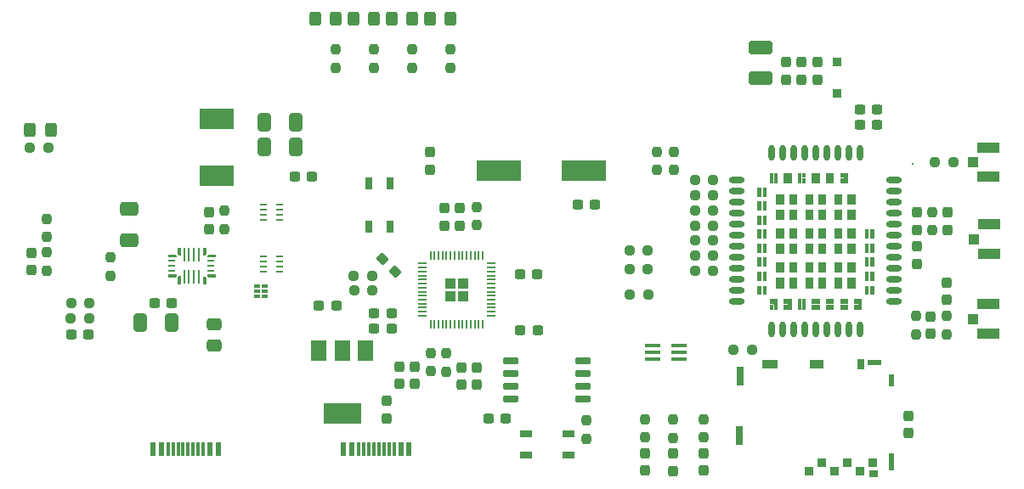
<source format=gbr>
%TF.GenerationSoftware,KiCad,Pcbnew,(6.0.2-0)*%
%TF.CreationDate,2022-03-16T22:47:49+01:00*%
%TF.ProjectId,RP2040GPSTracker,52503230-3430-4475-9053-547261636b65,rev?*%
%TF.SameCoordinates,PX4416780PY363af58*%
%TF.FileFunction,Paste,Top*%
%TF.FilePolarity,Positive*%
%FSLAX46Y46*%
G04 Gerber Fmt 4.6, Leading zero omitted, Abs format (unit mm)*
G04 Created by KiCad (PCBNEW (6.0.2-0)) date 2022-03-16 22:47:49*
%MOMM*%
%LPD*%
G01*
G04 APERTURE LIST*
G04 Aperture macros list*
%AMRoundRect*
0 Rectangle with rounded corners*
0 $1 Rounding radius*
0 $2 $3 $4 $5 $6 $7 $8 $9 X,Y pos of 4 corners*
0 Add a 4 corners polygon primitive as box body*
4,1,4,$2,$3,$4,$5,$6,$7,$8,$9,$2,$3,0*
0 Add four circle primitives for the rounded corners*
1,1,$1+$1,$2,$3*
1,1,$1+$1,$4,$5*
1,1,$1+$1,$6,$7*
1,1,$1+$1,$8,$9*
0 Add four rect primitives between the rounded corners*
20,1,$1+$1,$2,$3,$4,$5,0*
20,1,$1+$1,$4,$5,$6,$7,0*
20,1,$1+$1,$6,$7,$8,$9,0*
20,1,$1+$1,$8,$9,$2,$3,0*%
G04 Aperture macros list end*
%ADD10C,0.100000*%
%ADD11C,0.010000*%
%ADD12R,0.600000X1.450000*%
%ADD13R,0.300000X1.450000*%
%ADD14RoundRect,0.250000X-0.412500X-0.650000X0.412500X-0.650000X0.412500X0.650000X-0.412500X0.650000X0*%
%ADD15RoundRect,0.237500X0.237500X-0.250000X0.237500X0.250000X-0.237500X0.250000X-0.237500X-0.250000X0*%
%ADD16RoundRect,0.237500X-0.237500X0.300000X-0.237500X-0.300000X0.237500X-0.300000X0.237500X0.300000X0*%
%ADD17RoundRect,0.237500X-0.250000X-0.237500X0.250000X-0.237500X0.250000X0.237500X-0.250000X0.237500X0*%
%ADD18RoundRect,0.237500X0.237500X-0.300000X0.237500X0.300000X-0.237500X0.300000X-0.237500X-0.300000X0*%
%ADD19RoundRect,0.237500X0.300000X0.237500X-0.300000X0.237500X-0.300000X-0.237500X0.300000X-0.237500X0*%
%ADD20R,0.127000X0.127000*%
%ADD21R,0.250000X1.400000*%
%ADD22R,0.700000X0.250000*%
%ADD23O,1.600000X0.600000*%
%ADD24O,0.600000X1.600000*%
%ADD25RoundRect,0.250000X-0.650000X0.412500X-0.650000X-0.412500X0.650000X-0.412500X0.650000X0.412500X0*%
%ADD26RoundRect,0.237500X-0.237500X0.250000X-0.237500X-0.250000X0.237500X-0.250000X0.237500X0.250000X0*%
%ADD27RoundRect,0.237500X0.250000X0.237500X-0.250000X0.237500X-0.250000X-0.237500X0.250000X-0.237500X0*%
%ADD28R,1.041400X0.990600*%
%ADD29R,2.209800X1.041400*%
%ADD30RoundRect,0.250000X-0.325000X-0.450000X0.325000X-0.450000X0.325000X0.450000X-0.325000X0.450000X0*%
%ADD31RoundRect,0.250000X0.325000X0.450000X-0.325000X0.450000X-0.325000X-0.450000X0.325000X-0.450000X0*%
%ADD32R,1.500000X0.400000*%
%ADD33RoundRect,0.250000X0.292217X0.292217X-0.292217X0.292217X-0.292217X-0.292217X0.292217X-0.292217X0*%
%ADD34RoundRect,0.050000X0.387500X0.050000X-0.387500X0.050000X-0.387500X-0.050000X0.387500X-0.050000X0*%
%ADD35RoundRect,0.050000X0.050000X0.387500X-0.050000X0.387500X-0.050000X-0.387500X0.050000X-0.387500X0*%
%ADD36R,3.400000X2.000000*%
%ADD37RoundRect,0.237500X-0.300000X-0.237500X0.300000X-0.237500X0.300000X0.237500X-0.300000X0.237500X0*%
%ADD38R,0.711200X0.228600*%
%ADD39R,1.500000X2.000000*%
%ADD40R,3.800000X2.000000*%
%ADD41RoundRect,0.237500X0.237500X-0.287500X0.237500X0.287500X-0.237500X0.287500X-0.237500X-0.287500X0*%
%ADD42RoundRect,0.237500X-0.380070X0.044194X0.044194X-0.380070X0.380070X-0.044194X-0.044194X0.380070X0*%
%ADD43R,0.203200X0.203200*%
%ADD44R,0.101600X0.635000*%
%ADD45R,0.838200X0.939800*%
%ADD46R,0.939800X0.787400*%
%ADD47R,0.558800X1.651000*%
%ADD48R,0.558800X1.219200*%
%ADD49R,1.371600X0.609600*%
%ADD50R,0.736600X1.016000*%
%ADD51R,1.346200X0.965200*%
%ADD52R,1.574800X0.965200*%
%ADD53R,0.635000X1.955800*%
%ADD54R,4.500000X2.000000*%
%ADD55RoundRect,0.250000X0.925000X-0.412500X0.925000X0.412500X-0.925000X0.412500X-0.925000X-0.412500X0*%
%ADD56R,0.950000X0.900000*%
%ADD57R,0.650000X1.200000*%
%ADD58RoundRect,0.250000X-0.475000X0.337500X-0.475000X-0.337500X0.475000X-0.337500X0.475000X0.337500X0*%
%ADD59R,1.200000X0.650000*%
%ADD60RoundRect,0.150000X0.650000X0.150000X-0.650000X0.150000X-0.650000X-0.150000X0.650000X-0.150000X0*%
G04 APERTURE END LIST*
D10*
%TO.C,U6*%
X15822255Y29006896D02*
X16072255Y29006896D01*
X16072255Y29006896D02*
X16072255Y28306896D01*
X16072255Y28306896D02*
X15922255Y28306896D01*
X15922255Y28306896D02*
X15822255Y28406896D01*
X15822255Y28406896D02*
X15822255Y29006896D01*
G36*
X16072255Y28306896D02*
G01*
X15922255Y28306896D01*
X15822255Y28406896D01*
X15822255Y29006896D01*
X16072255Y29006896D01*
X16072255Y28306896D01*
G37*
X16072255Y28306896D02*
X15922255Y28306896D01*
X15822255Y28406896D01*
X15822255Y29006896D01*
X16072255Y29006896D01*
X16072255Y28306896D01*
X18572885Y29006896D02*
X18322885Y29006896D01*
X18322885Y29006896D02*
X18322885Y28306896D01*
X18322885Y28306896D02*
X18472885Y28306896D01*
X18472885Y28306896D02*
X18572885Y28406896D01*
X18572885Y28406896D02*
X18572885Y29006896D01*
G36*
X18572885Y28406896D02*
G01*
X18472885Y28306896D01*
X18322885Y28306896D01*
X18322885Y29006896D01*
X18572885Y29006896D01*
X18572885Y28406896D01*
G37*
X18572885Y28406896D02*
X18472885Y28306896D01*
X18322885Y28306896D01*
X18322885Y29006896D01*
X18572885Y29006896D01*
X18572885Y28406896D01*
X14897569Y28332148D02*
X14897569Y28082148D01*
X14897569Y28082148D02*
X15597569Y28082148D01*
X15597569Y28082148D02*
X15597569Y28232148D01*
X15597569Y28232148D02*
X15497569Y28332148D01*
X15497569Y28332148D02*
X14897569Y28332148D01*
G36*
X15597569Y28232148D02*
G01*
X15597569Y28082148D01*
X14897569Y28082148D01*
X14897569Y28332148D01*
X15497569Y28332148D01*
X15597569Y28232148D01*
G37*
X15597569Y28232148D02*
X15597569Y28082148D01*
X14897569Y28082148D01*
X14897569Y28332148D01*
X15497569Y28332148D01*
X15597569Y28232148D01*
X15822255Y25406896D02*
X16072255Y25406896D01*
X16072255Y25406896D02*
X16072255Y26206896D01*
X16072255Y26206896D02*
X15922255Y26206896D01*
X15922255Y26206896D02*
X15822255Y26006896D01*
X15822255Y26006896D02*
X15822255Y25406896D01*
G36*
X16072255Y25406896D02*
G01*
X15822255Y25406896D01*
X15822255Y26006896D01*
X15922255Y26206896D01*
X16072255Y26206896D01*
X16072255Y25406896D01*
G37*
X16072255Y25406896D02*
X15822255Y25406896D01*
X15822255Y26006896D01*
X15922255Y26206896D01*
X16072255Y26206896D01*
X16072255Y25406896D01*
X19497571Y26081644D02*
X19497571Y26331644D01*
X19497571Y26331644D02*
X18797571Y26331644D01*
X18797571Y26331644D02*
X18797571Y26181644D01*
X18797571Y26181644D02*
X18897571Y26081644D01*
X18897571Y26081644D02*
X19497571Y26081644D01*
G36*
X19497571Y26081644D02*
G01*
X18897571Y26081644D01*
X18797571Y26181644D01*
X18797571Y26331644D01*
X19497571Y26331644D01*
X19497571Y26081644D01*
G37*
X19497571Y26081644D02*
X18897571Y26081644D01*
X18797571Y26181644D01*
X18797571Y26331644D01*
X19497571Y26331644D01*
X19497571Y26081644D01*
X18572885Y25406896D02*
X18322885Y25406896D01*
X18322885Y25406896D02*
X18322885Y26106896D01*
X18322885Y26106896D02*
X18472885Y26106896D01*
X18472885Y26106896D02*
X18572885Y26006896D01*
X18572885Y26006896D02*
X18572885Y25406896D01*
G36*
X18572885Y26006896D02*
G01*
X18572885Y25406896D01*
X18322885Y25406896D01*
X18322885Y26106896D01*
X18472885Y26106896D01*
X18572885Y26006896D01*
G37*
X18572885Y26006896D02*
X18572885Y25406896D01*
X18322885Y25406896D01*
X18322885Y26106896D01*
X18472885Y26106896D01*
X18572885Y26006896D01*
X14897569Y26081644D02*
X14897569Y26331644D01*
X14897569Y26331644D02*
X15597569Y26331644D01*
X15597569Y26331644D02*
X15597569Y26181644D01*
X15597569Y26181644D02*
X15497569Y26081644D01*
X15497569Y26081644D02*
X14897569Y26081644D01*
G36*
X15597569Y26181644D02*
G01*
X15497569Y26081644D01*
X14897569Y26081644D01*
X14897569Y26331644D01*
X15597569Y26331644D01*
X15597569Y26181644D01*
G37*
X15597569Y26181644D02*
X15497569Y26081644D01*
X14897569Y26081644D01*
X14897569Y26331644D01*
X15597569Y26331644D01*
X15597569Y26181644D01*
X19497571Y28332148D02*
X19497571Y28082148D01*
X19497571Y28082148D02*
X18797571Y28082148D01*
X18797571Y28082148D02*
X18797571Y28232148D01*
X18797571Y28232148D02*
X18897571Y28332148D01*
X18897571Y28332148D02*
X19497571Y28332148D01*
G36*
X19497571Y28082148D02*
G01*
X18797571Y28082148D01*
X18797571Y28232148D01*
X18897571Y28332148D01*
X19497571Y28332148D01*
X19497571Y28082148D01*
G37*
X19497571Y28082148D02*
X18797571Y28082148D01*
X18797571Y28232148D01*
X18897571Y28332148D01*
X19497571Y28332148D01*
X19497571Y28082148D01*
D11*
%TO.C,U2*%
X80404150Y35931200D02*
X80704000Y35931200D01*
X80704000Y35931200D02*
X80704000Y35502030D01*
X80704000Y35502030D02*
X80404150Y35502030D01*
X80404150Y35502030D02*
X80404150Y35931200D01*
G36*
X80704000Y35502030D02*
G01*
X80404150Y35502030D01*
X80404150Y35931200D01*
X80704000Y35931200D01*
X80704000Y35502030D01*
G37*
X80704000Y35502030D02*
X80404150Y35502030D01*
X80404150Y35931200D01*
X80704000Y35931200D01*
X80704000Y35502030D01*
X77603510Y23331200D02*
X77904000Y23331200D01*
X77904000Y23331200D02*
X77904000Y22899320D01*
X77904000Y22899320D02*
X77603510Y22899320D01*
X77603510Y22899320D02*
X77603510Y23331200D01*
G36*
X77904000Y22899320D02*
G01*
X77603510Y22899320D01*
X77603510Y23331200D01*
X77904000Y23331200D01*
X77904000Y22899320D01*
G37*
X77904000Y22899320D02*
X77603510Y22899320D01*
X77603510Y23331200D01*
X77904000Y23331200D01*
X77904000Y22899320D01*
X76601700Y36461200D02*
X76904000Y36461200D01*
X76904000Y36461200D02*
X76904000Y36036520D01*
X76904000Y36036520D02*
X76601700Y36036520D01*
X76601700Y36036520D02*
X76601700Y36461200D01*
G36*
X76904000Y36036520D02*
G01*
X76601700Y36036520D01*
X76601700Y36461200D01*
X76904000Y36461200D01*
X76904000Y36036520D01*
G37*
X76904000Y36036520D02*
X76601700Y36036520D01*
X76601700Y36461200D01*
X76904000Y36461200D01*
X76904000Y36036520D01*
X82556140Y32781200D02*
X83254000Y32781200D01*
X83254000Y32781200D02*
X83254000Y31832640D01*
X83254000Y31832640D02*
X82556140Y31832640D01*
X82556140Y31832640D02*
X82556140Y32781200D01*
G36*
X83254000Y31832640D02*
G01*
X82556140Y31832640D01*
X82556140Y32781200D01*
X83254000Y32781200D01*
X83254000Y31832640D01*
G37*
X83254000Y31832640D02*
X82556140Y31832640D01*
X82556140Y32781200D01*
X83254000Y32781200D01*
X83254000Y31832640D01*
X80405070Y36461200D02*
X80704000Y36461200D01*
X80704000Y36461200D02*
X80704000Y36037650D01*
X80704000Y36037650D02*
X80405070Y36037650D01*
X80405070Y36037650D02*
X80405070Y36461200D01*
G36*
X80704000Y36037650D02*
G01*
X80405070Y36037650D01*
X80405070Y36461200D01*
X80704000Y36461200D01*
X80704000Y36037650D01*
G37*
X80704000Y36037650D02*
X80405070Y36037650D01*
X80405070Y36461200D01*
X80704000Y36461200D01*
X80704000Y36037650D01*
X73585790Y28996200D02*
X73889000Y28996200D01*
X73889000Y28996200D02*
X73889000Y28565580D01*
X73889000Y28565580D02*
X73585790Y28565580D01*
X73585790Y28565580D02*
X73585790Y28996200D01*
G36*
X73889000Y28565580D02*
G01*
X73585790Y28565580D01*
X73585790Y28996200D01*
X73889000Y28996200D01*
X73889000Y28565580D01*
G37*
X73889000Y28565580D02*
X73585790Y28565580D01*
X73585790Y28996200D01*
X73889000Y28996200D01*
X73889000Y28565580D01*
X79404022Y36461200D02*
X79704000Y36461200D01*
X79704000Y36461200D02*
X79704000Y36033970D01*
X79704000Y36033970D02*
X79404022Y36033970D01*
X79404022Y36033970D02*
X79404022Y36461200D01*
G36*
X79704000Y36033970D02*
G01*
X79404022Y36033970D01*
X79404022Y36461200D01*
X79704000Y36461200D01*
X79704000Y36033970D01*
G37*
X79704000Y36033970D02*
X79404022Y36033970D01*
X79404022Y36461200D01*
X79704000Y36461200D01*
X79704000Y36033970D01*
X82560050Y29381200D02*
X83254000Y29381200D01*
X83254000Y29381200D02*
X83254000Y28428840D01*
X83254000Y28428840D02*
X82560050Y28428840D01*
X82560050Y28428840D02*
X82560050Y29381200D01*
G36*
X83254000Y28428840D02*
G01*
X82560050Y28428840D01*
X82560050Y29381200D01*
X83254000Y29381200D01*
X83254000Y28428840D01*
G37*
X83254000Y28428840D02*
X82560050Y28428840D01*
X82560050Y29381200D01*
X83254000Y29381200D01*
X83254000Y28428840D01*
X78352010Y30931200D02*
X79054000Y30931200D01*
X79054000Y30931200D02*
X79054000Y29981797D01*
X79054000Y29981797D02*
X78352010Y29981797D01*
X78352010Y29981797D02*
X78352010Y30931200D01*
G36*
X79054000Y29981797D02*
G01*
X78352010Y29981797D01*
X78352010Y30931200D01*
X79054000Y30931200D01*
X79054000Y29981797D01*
G37*
X79054000Y29981797D02*
X78352010Y29981797D01*
X78352010Y30931200D01*
X79054000Y30931200D01*
X79054000Y29981797D01*
X76753870Y27531200D02*
X77454000Y27531200D01*
X77454000Y27531200D02*
X77454000Y26581040D01*
X77454000Y26581040D02*
X76753870Y26581040D01*
X76753870Y26581040D02*
X76753870Y27531200D01*
G36*
X77454000Y26581040D02*
G01*
X76753870Y26581040D01*
X76753870Y27531200D01*
X77454000Y27531200D01*
X77454000Y26581040D01*
G37*
X77454000Y26581040D02*
X76753870Y26581040D01*
X76753870Y27531200D01*
X77454000Y27531200D01*
X77454000Y26581040D01*
X79003370Y35931200D02*
X79304000Y35931200D01*
X79304000Y35931200D02*
X79304000Y35511680D01*
X79304000Y35511680D02*
X79003370Y35511680D01*
X79003370Y35511680D02*
X79003370Y35931200D01*
G36*
X79304000Y35511680D02*
G01*
X79003370Y35511680D01*
X79003370Y35931200D01*
X79304000Y35931200D01*
X79304000Y35511680D01*
G37*
X79304000Y35511680D02*
X79003370Y35511680D01*
X79003370Y35931200D01*
X79304000Y35931200D01*
X79304000Y35511680D01*
X82557740Y30931200D02*
X83254000Y30931200D01*
X83254000Y30931200D02*
X83254000Y29981551D01*
X83254000Y29981551D02*
X82557740Y29981551D01*
X82557740Y29981551D02*
X82557740Y30931200D01*
G36*
X83254000Y29981551D02*
G01*
X82557740Y29981551D01*
X82557740Y30931200D01*
X83254000Y30931200D01*
X83254000Y29981551D01*
G37*
X83254000Y29981551D02*
X82557740Y29981551D01*
X82557740Y30931200D01*
X83254000Y30931200D01*
X83254000Y29981551D01*
X77601300Y23861200D02*
X77904000Y23861200D01*
X77904000Y23861200D02*
X77904000Y23421560D01*
X77904000Y23421560D02*
X77601300Y23421560D01*
X77601300Y23421560D02*
X77601300Y23861200D01*
G36*
X77904000Y23421560D02*
G01*
X77601300Y23421560D01*
X77601300Y23861200D01*
X77904000Y23861200D01*
X77904000Y23421560D01*
G37*
X77904000Y23421560D02*
X77601300Y23421560D01*
X77601300Y23861200D01*
X77904000Y23861200D01*
X77904000Y23421560D01*
X75450260Y34331200D02*
X76154000Y34331200D01*
X76154000Y34331200D02*
X76154000Y33384750D01*
X76154000Y33384750D02*
X75450260Y33384750D01*
X75450260Y33384750D02*
X75450260Y34331200D01*
G36*
X76154000Y33384750D02*
G01*
X75450260Y33384750D01*
X75450260Y34331200D01*
X76154000Y34331200D01*
X76154000Y33384750D01*
G37*
X76154000Y33384750D02*
X75450260Y33384750D01*
X75450260Y34331200D01*
X76154000Y34331200D01*
X76154000Y33384750D01*
X74114590Y34996200D02*
X74419000Y34996200D01*
X74419000Y34996200D02*
X74419000Y34570320D01*
X74419000Y34570320D02*
X74114590Y34570320D01*
X74114590Y34570320D02*
X74114590Y34996200D01*
G36*
X74419000Y34570320D02*
G01*
X74114590Y34570320D01*
X74114590Y34996200D01*
X74419000Y34996200D01*
X74419000Y34570320D01*
G37*
X74419000Y34570320D02*
X74114590Y34570320D01*
X74114590Y34996200D01*
X74419000Y34996200D01*
X74419000Y34570320D01*
X74115260Y31796200D02*
X74419000Y31796200D01*
X74419000Y31796200D02*
X74419000Y31367400D01*
X74419000Y31367400D02*
X74115260Y31367400D01*
X74115260Y31367400D02*
X74115260Y31796200D01*
G36*
X74419000Y31367400D02*
G01*
X74115260Y31367400D01*
X74115260Y31796200D01*
X74419000Y31796200D01*
X74419000Y31367400D01*
G37*
X74419000Y31367400D02*
X74115260Y31367400D01*
X74115260Y31796200D01*
X74419000Y31796200D01*
X74419000Y31367400D01*
X81256080Y34331200D02*
X81954000Y34331200D01*
X81954000Y34331200D02*
X81954000Y33385250D01*
X81954000Y33385250D02*
X81256080Y33385250D01*
X81256080Y33385250D02*
X81256080Y34331200D01*
G36*
X81954000Y33385250D02*
G01*
X81256080Y33385250D01*
X81256080Y34331200D01*
X81954000Y34331200D01*
X81954000Y33385250D01*
G37*
X81954000Y33385250D02*
X81256080Y33385250D01*
X81256080Y34331200D01*
X81954000Y34331200D01*
X81954000Y33385250D01*
X74116690Y30396200D02*
X74419000Y30396200D01*
X74419000Y30396200D02*
X74419000Y29966326D01*
X74419000Y29966326D02*
X74116690Y29966326D01*
X74116690Y29966326D02*
X74116690Y30396200D01*
G36*
X74419000Y29966326D02*
G01*
X74116690Y29966326D01*
X74116690Y30396200D01*
X74419000Y30396200D01*
X74419000Y29966326D01*
G37*
X74419000Y29966326D02*
X74116690Y29966326D01*
X74116690Y30396200D01*
X74419000Y30396200D01*
X74419000Y29966326D01*
X84823350Y24796200D02*
X85119000Y24796200D01*
X85119000Y24796200D02*
X85119000Y24361970D01*
X85119000Y24361970D02*
X84823350Y24361970D01*
X84823350Y24361970D02*
X84823350Y24796200D01*
G36*
X85119000Y24361970D02*
G01*
X84823350Y24361970D01*
X84823350Y24796200D01*
X85119000Y24796200D01*
X85119000Y24361970D01*
G37*
X85119000Y24361970D02*
X84823350Y24361970D01*
X84823350Y24796200D01*
X85119000Y24796200D01*
X85119000Y24361970D01*
X74799630Y23861200D02*
X75104000Y23861200D01*
X75104000Y23861200D02*
X75104000Y23425190D01*
X75104000Y23425190D02*
X74799630Y23425190D01*
X74799630Y23425190D02*
X74799630Y23861200D01*
G36*
X75104000Y23425190D02*
G01*
X74799630Y23425190D01*
X74799630Y23861200D01*
X75104000Y23861200D01*
X75104000Y23425190D01*
G37*
X75104000Y23425190D02*
X74799630Y23425190D01*
X74799630Y23861200D01*
X75104000Y23861200D01*
X75104000Y23425190D01*
X82204270Y23861200D02*
X82504000Y23861200D01*
X82504000Y23861200D02*
X82504000Y23430620D01*
X82504000Y23430620D02*
X82204270Y23430620D01*
X82204270Y23430620D02*
X82204270Y23861200D01*
G36*
X82504000Y23430620D02*
G01*
X82204270Y23430620D01*
X82204270Y23861200D01*
X82504000Y23861200D01*
X82504000Y23430620D01*
G37*
X82504000Y23430620D02*
X82204270Y23430620D01*
X82204270Y23861200D01*
X82504000Y23861200D01*
X82504000Y23430620D01*
X73578750Y34996200D02*
X73889000Y34996200D01*
X73889000Y34996200D02*
X73889000Y34574880D01*
X73889000Y34574880D02*
X73578750Y34574880D01*
X73578750Y34574880D02*
X73578750Y34996200D01*
G36*
X73889000Y34574880D02*
G01*
X73578750Y34574880D01*
X73578750Y34996200D01*
X73889000Y34996200D01*
X73889000Y34574880D01*
G37*
X73889000Y34574880D02*
X73578750Y34574880D01*
X73578750Y34996200D01*
X73889000Y34996200D01*
X73889000Y34574880D01*
X84291390Y30396200D02*
X84589000Y30396200D01*
X84589000Y30396200D02*
X84589000Y29966338D01*
X84589000Y29966338D02*
X84291390Y29966338D01*
X84291390Y29966338D02*
X84291390Y30396200D01*
G36*
X84589000Y29966338D02*
G01*
X84291390Y29966338D01*
X84291390Y30396200D01*
X84589000Y30396200D01*
X84589000Y29966338D01*
G37*
X84589000Y29966338D02*
X84291390Y29966338D01*
X84291390Y30396200D01*
X84589000Y30396200D01*
X84589000Y29966338D01*
X74110310Y27996200D02*
X74419000Y27996200D01*
X74419000Y27996200D02*
X74419000Y27562690D01*
X74419000Y27562690D02*
X74110310Y27562690D01*
X74110310Y27562690D02*
X74110310Y27996200D01*
G36*
X74419000Y27562690D02*
G01*
X74110310Y27562690D01*
X74110310Y27996200D01*
X74419000Y27996200D01*
X74419000Y27562690D01*
G37*
X74419000Y27562690D02*
X74110310Y27562690D01*
X74110310Y27996200D01*
X74419000Y27996200D01*
X74419000Y27562690D01*
X84293600Y29396200D02*
X84589000Y29396200D01*
X84589000Y29396200D02*
X84589000Y28965534D01*
X84589000Y28965534D02*
X84293600Y28965534D01*
X84293600Y28965534D02*
X84293600Y29396200D01*
G36*
X84589000Y28965534D02*
G01*
X84293600Y28965534D01*
X84293600Y29396200D01*
X84589000Y29396200D01*
X84589000Y28965534D01*
G37*
X84589000Y28965534D02*
X84293600Y28965534D01*
X84293600Y29396200D01*
X84589000Y29396200D01*
X84589000Y28965534D01*
X84829610Y30396200D02*
X85119000Y30396200D01*
X85119000Y30396200D02*
X85119000Y29966753D01*
X85119000Y29966753D02*
X84829610Y29966753D01*
X84829610Y29966753D02*
X84829610Y30396200D01*
G36*
X85119000Y29966753D02*
G01*
X84829610Y29966753D01*
X84829610Y30396200D01*
X85119000Y30396200D01*
X85119000Y29966753D01*
G37*
X85119000Y29966753D02*
X84829610Y29966753D01*
X84829610Y30396200D01*
X85119000Y30396200D01*
X85119000Y29966753D01*
X74113380Y27596200D02*
X74419000Y27596200D01*
X74419000Y27596200D02*
X74419000Y27163500D01*
X74419000Y27163500D02*
X74113380Y27163500D01*
X74113380Y27163500D02*
X74113380Y27596200D01*
G36*
X74419000Y27163500D02*
G01*
X74113380Y27163500D01*
X74113380Y27596200D01*
X74419000Y27596200D01*
X74419000Y27163500D01*
G37*
X74419000Y27163500D02*
X74113380Y27163500D01*
X74113380Y27596200D01*
X74419000Y27596200D01*
X74419000Y27163500D01*
X75449390Y32781200D02*
X76154000Y32781200D01*
X76154000Y32781200D02*
X76154000Y31833740D01*
X76154000Y31833740D02*
X75449390Y31833740D01*
X75449390Y31833740D02*
X75449390Y32781200D01*
G36*
X76154000Y31833740D02*
G01*
X75449390Y31833740D01*
X75449390Y32781200D01*
X76154000Y32781200D01*
X76154000Y31833740D01*
G37*
X76154000Y31833740D02*
X75449390Y31833740D01*
X75449390Y32781200D01*
X76154000Y32781200D01*
X76154000Y31833740D01*
X74799840Y36461200D02*
X75104000Y36461200D01*
X75104000Y36461200D02*
X75104000Y36037010D01*
X75104000Y36037010D02*
X74799840Y36037010D01*
X74799840Y36037010D02*
X74799840Y36461200D01*
G36*
X75104000Y36037010D02*
G01*
X74799840Y36037010D01*
X74799840Y36461200D01*
X75104000Y36461200D01*
X75104000Y36037010D01*
G37*
X75104000Y36037010D02*
X74799840Y36037010D01*
X74799840Y36461200D01*
X75104000Y36461200D01*
X75104000Y36037010D01*
X84827480Y26196200D02*
X85119000Y26196200D01*
X85119000Y26196200D02*
X85119000Y25760130D01*
X85119000Y25760130D02*
X84827480Y25760130D01*
X84827480Y25760130D02*
X84827480Y26196200D01*
G36*
X85119000Y25760130D02*
G01*
X84827480Y25760130D01*
X84827480Y26196200D01*
X85119000Y26196200D01*
X85119000Y25760130D01*
G37*
X85119000Y25760130D02*
X84827480Y25760130D01*
X84827480Y26196200D01*
X85119000Y26196200D01*
X85119000Y25760130D01*
X80805650Y23861200D02*
X81104000Y23861200D01*
X81104000Y23861200D02*
X81104000Y23424100D01*
X81104000Y23424100D02*
X80805650Y23424100D01*
X80805650Y23424100D02*
X80805650Y23861200D01*
G36*
X81104000Y23424100D02*
G01*
X80805650Y23424100D01*
X80805650Y23861200D01*
X81104000Y23861200D01*
X81104000Y23424100D01*
G37*
X81104000Y23424100D02*
X80805650Y23424100D01*
X80805650Y23861200D01*
X81104000Y23861200D01*
X81104000Y23424100D01*
X78352910Y34331200D02*
X79054000Y34331200D01*
X79054000Y34331200D02*
X79054000Y33385240D01*
X79054000Y33385240D02*
X78352910Y33385240D01*
X78352910Y33385240D02*
X78352910Y34331200D01*
G36*
X79054000Y33385240D02*
G01*
X78352910Y33385240D01*
X78352910Y34331200D01*
X79054000Y34331200D01*
X79054000Y33385240D01*
G37*
X79054000Y33385240D02*
X78352910Y33385240D01*
X78352910Y34331200D01*
X79054000Y34331200D01*
X79054000Y33385240D01*
X76600330Y23331200D02*
X76904000Y23331200D01*
X76904000Y23331200D02*
X76904000Y22892150D01*
X76904000Y22892150D02*
X76600330Y22892150D01*
X76600330Y22892150D02*
X76600330Y23331200D01*
G36*
X76904000Y22892150D02*
G01*
X76600330Y22892150D01*
X76600330Y23331200D01*
X76904000Y23331200D01*
X76904000Y22892150D01*
G37*
X76904000Y22892150D02*
X76600330Y22892150D01*
X76600330Y23331200D01*
X76904000Y23331200D01*
X76904000Y22892150D01*
X81805650Y23861200D02*
X82104000Y23861200D01*
X82104000Y23861200D02*
X82104000Y23427000D01*
X82104000Y23427000D02*
X81805650Y23427000D01*
X81805650Y23427000D02*
X81805650Y23861200D01*
G36*
X82104000Y23427000D02*
G01*
X81805650Y23427000D01*
X81805650Y23861200D01*
X82104000Y23861200D01*
X82104000Y23427000D01*
G37*
X82104000Y23427000D02*
X81805650Y23427000D01*
X81805650Y23861200D01*
X82104000Y23861200D01*
X82104000Y23427000D01*
X79654308Y34331200D02*
X80354000Y34331200D01*
X80354000Y34331200D02*
X80354000Y33385000D01*
X80354000Y33385000D02*
X79654308Y33385000D01*
X79654308Y33385000D02*
X79654308Y34331200D01*
G36*
X80354000Y33385000D02*
G01*
X79654308Y33385000D01*
X79654308Y34331200D01*
X80354000Y34331200D01*
X80354000Y33385000D01*
G37*
X80354000Y33385000D02*
X79654308Y33385000D01*
X79654308Y34331200D01*
X80354000Y34331200D01*
X80354000Y33385000D01*
X79654593Y32781200D02*
X80354000Y32781200D01*
X80354000Y32781200D02*
X80354000Y31835450D01*
X80354000Y31835450D02*
X79654593Y31835450D01*
X79654593Y31835450D02*
X79654593Y32781200D01*
G36*
X80354000Y31835450D02*
G01*
X79654593Y31835450D01*
X79654593Y32781200D01*
X80354000Y32781200D01*
X80354000Y31835450D01*
G37*
X80354000Y31835450D02*
X79654593Y31835450D01*
X79654593Y32781200D01*
X80354000Y32781200D01*
X80354000Y31835450D01*
X78353410Y32781200D02*
X79054000Y32781200D01*
X79054000Y32781200D02*
X79054000Y31832470D01*
X79054000Y31832470D02*
X78353410Y31832470D01*
X78353410Y31832470D02*
X78353410Y32781200D01*
G36*
X79054000Y31832470D02*
G01*
X78353410Y31832470D01*
X78353410Y32781200D01*
X79054000Y32781200D01*
X79054000Y31832470D01*
G37*
X79054000Y31832470D02*
X78353410Y31832470D01*
X78353410Y32781200D01*
X79054000Y32781200D01*
X79054000Y31832470D01*
X75449370Y27531200D02*
X76154000Y27531200D01*
X76154000Y27531200D02*
X76154000Y26577520D01*
X76154000Y26577520D02*
X75449370Y26577520D01*
X75449370Y26577520D02*
X75449370Y27531200D01*
G36*
X76154000Y26577520D02*
G01*
X75449370Y26577520D01*
X75449370Y27531200D01*
X76154000Y27531200D01*
X76154000Y26577520D01*
G37*
X76154000Y26577520D02*
X75449370Y26577520D01*
X75449370Y27531200D01*
X76154000Y27531200D01*
X76154000Y26577520D01*
X79003950Y23861200D02*
X79304000Y23861200D01*
X79304000Y23861200D02*
X79304000Y23430300D01*
X79304000Y23430300D02*
X79003950Y23430300D01*
X79003950Y23430300D02*
X79003950Y23861200D01*
G36*
X79304000Y23430300D02*
G01*
X79003950Y23430300D01*
X79003950Y23861200D01*
X79304000Y23861200D01*
X79304000Y23430300D01*
G37*
X79304000Y23430300D02*
X79003950Y23430300D01*
X79003950Y23861200D01*
X79304000Y23861200D01*
X79304000Y23430300D01*
X73585610Y27596200D02*
X73889000Y27596200D01*
X73889000Y27596200D02*
X73889000Y27164720D01*
X73889000Y27164720D02*
X73585610Y27164720D01*
X73585610Y27164720D02*
X73585610Y27596200D01*
G36*
X73889000Y27164720D02*
G01*
X73585610Y27164720D01*
X73585610Y27596200D01*
X73889000Y27596200D01*
X73889000Y27164720D01*
G37*
X73889000Y27164720D02*
X73585610Y27164720D01*
X73585610Y27596200D01*
X73889000Y27596200D01*
X73889000Y27164720D01*
X80806460Y35931200D02*
X81104000Y35931200D01*
X81104000Y35931200D02*
X81104000Y35511060D01*
X81104000Y35511060D02*
X80806460Y35511060D01*
X80806460Y35511060D02*
X80806460Y35931200D01*
G36*
X81104000Y35511060D02*
G01*
X80806460Y35511060D01*
X80806460Y35931200D01*
X81104000Y35931200D01*
X81104000Y35511060D01*
G37*
X81104000Y35511060D02*
X80806460Y35511060D01*
X80806460Y35931200D01*
X81104000Y35931200D01*
X81104000Y35511060D01*
X84820740Y28996200D02*
X85119000Y28996200D01*
X85119000Y28996200D02*
X85119000Y28565850D01*
X85119000Y28565850D02*
X84820740Y28565850D01*
X84820740Y28565850D02*
X84820740Y28996200D01*
G36*
X85119000Y28565850D02*
G01*
X84820740Y28565850D01*
X84820740Y28996200D01*
X85119000Y28996200D01*
X85119000Y28565850D01*
G37*
X85119000Y28565850D02*
X84820740Y28565850D01*
X84820740Y28996200D01*
X85119000Y28996200D01*
X85119000Y28565850D01*
X74113460Y30796200D02*
X74419000Y30796200D01*
X74419000Y30796200D02*
X74419000Y30366925D01*
X74419000Y30366925D02*
X74113460Y30366925D01*
X74113460Y30366925D02*
X74113460Y30796200D01*
G36*
X74419000Y30366925D02*
G01*
X74113460Y30366925D01*
X74113460Y30796200D01*
X74419000Y30796200D01*
X74419000Y30366925D01*
G37*
X74419000Y30366925D02*
X74113460Y30366925D01*
X74113460Y30796200D01*
X74419000Y30796200D01*
X74419000Y30366925D01*
X82558710Y34331200D02*
X83254000Y34331200D01*
X83254000Y34331200D02*
X83254000Y33386650D01*
X83254000Y33386650D02*
X82558710Y33386650D01*
X82558710Y33386650D02*
X82558710Y34331200D01*
G36*
X83254000Y33386650D02*
G01*
X82558710Y33386650D01*
X82558710Y34331200D01*
X83254000Y34331200D01*
X83254000Y33386650D01*
G37*
X83254000Y33386650D02*
X82558710Y33386650D01*
X82558710Y34331200D01*
X83254000Y34331200D01*
X83254000Y33386650D01*
X84823880Y26596200D02*
X85119000Y26596200D01*
X85119000Y26596200D02*
X85119000Y26163060D01*
X85119000Y26163060D02*
X84823880Y26163060D01*
X84823880Y26163060D02*
X84823880Y26596200D01*
G36*
X85119000Y26163060D02*
G01*
X84823880Y26163060D01*
X84823880Y26596200D01*
X85119000Y26596200D01*
X85119000Y26163060D01*
G37*
X85119000Y26163060D02*
X84823880Y26163060D01*
X84823880Y26596200D01*
X85119000Y26596200D01*
X85119000Y26163060D01*
X78352830Y25981200D02*
X79054000Y25981200D01*
X79054000Y25981200D02*
X79054000Y25025770D01*
X79054000Y25025770D02*
X78352830Y25025770D01*
X78352830Y25025770D02*
X78352830Y25981200D01*
G36*
X79054000Y25025770D02*
G01*
X78352830Y25025770D01*
X78352830Y25981200D01*
X79054000Y25981200D01*
X79054000Y25025770D01*
G37*
X79054000Y25025770D02*
X78352830Y25025770D01*
X78352830Y25981200D01*
X79054000Y25981200D01*
X79054000Y25025770D01*
X84821610Y27996200D02*
X85119000Y27996200D01*
X85119000Y27996200D02*
X85119000Y27565190D01*
X85119000Y27565190D02*
X84821610Y27565190D01*
X84821610Y27565190D02*
X84821610Y27996200D01*
G36*
X85119000Y27565190D02*
G01*
X84821610Y27565190D01*
X84821610Y27996200D01*
X85119000Y27996200D01*
X85119000Y27565190D01*
G37*
X85119000Y27565190D02*
X84821610Y27565190D01*
X84821610Y27996200D01*
X85119000Y27996200D01*
X85119000Y27565190D01*
X73585420Y26596200D02*
X73889000Y26596200D01*
X73889000Y26596200D02*
X73889000Y26164020D01*
X73889000Y26164020D02*
X73585420Y26164020D01*
X73585420Y26164020D02*
X73585420Y26596200D01*
G36*
X73889000Y26164020D02*
G01*
X73585420Y26164020D01*
X73585420Y26596200D01*
X73889000Y26596200D01*
X73889000Y26164020D01*
G37*
X73889000Y26164020D02*
X73585420Y26164020D01*
X73585420Y26596200D01*
X73889000Y26596200D01*
X73889000Y26164020D01*
X76751630Y34331200D02*
X77454000Y34331200D01*
X77454000Y34331200D02*
X77454000Y33384570D01*
X77454000Y33384570D02*
X76751630Y33384570D01*
X76751630Y33384570D02*
X76751630Y34331200D01*
G36*
X77454000Y33384570D02*
G01*
X76751630Y33384570D01*
X76751630Y34331200D01*
X77454000Y34331200D01*
X77454000Y33384570D01*
G37*
X77454000Y33384570D02*
X76751630Y33384570D01*
X76751630Y34331200D01*
X77454000Y34331200D01*
X77454000Y33384570D01*
X84290310Y26596200D02*
X84589000Y26596200D01*
X84589000Y26596200D02*
X84589000Y26165270D01*
X84589000Y26165270D02*
X84290310Y26165270D01*
X84290310Y26165270D02*
X84290310Y26596200D01*
G36*
X84589000Y26165270D02*
G01*
X84290310Y26165270D01*
X84290310Y26596200D01*
X84589000Y26596200D01*
X84589000Y26165270D01*
G37*
X84589000Y26165270D02*
X84290310Y26165270D01*
X84290310Y26596200D01*
X84589000Y26596200D01*
X84589000Y26165270D01*
X78001330Y36461200D02*
X78304000Y36461200D01*
X78304000Y36461200D02*
X78304000Y36043780D01*
X78304000Y36043780D02*
X78001330Y36043780D01*
X78001330Y36043780D02*
X78001330Y36461200D01*
G36*
X78304000Y36043780D02*
G01*
X78001330Y36043780D01*
X78001330Y36461200D01*
X78304000Y36461200D01*
X78304000Y36043780D01*
G37*
X78304000Y36043780D02*
X78001330Y36043780D01*
X78001330Y36461200D01*
X78304000Y36461200D01*
X78304000Y36043780D01*
X76751610Y29381200D02*
X77454000Y29381200D01*
X77454000Y29381200D02*
X77454000Y28430050D01*
X77454000Y28430050D02*
X76751610Y28430050D01*
X76751610Y28430050D02*
X76751610Y29381200D01*
G36*
X77454000Y28430050D02*
G01*
X76751610Y28430050D01*
X76751610Y29381200D01*
X77454000Y29381200D01*
X77454000Y28430050D01*
G37*
X77454000Y28430050D02*
X76751610Y28430050D01*
X76751610Y29381200D01*
X77454000Y29381200D01*
X77454000Y28430050D01*
X77603470Y36461200D02*
X77904000Y36461200D01*
X77904000Y36461200D02*
X77904000Y36033110D01*
X77904000Y36033110D02*
X77603470Y36033110D01*
X77603470Y36033110D02*
X77603470Y36461200D01*
G36*
X77904000Y36033110D02*
G01*
X77603470Y36033110D01*
X77603470Y36461200D01*
X77904000Y36461200D01*
X77904000Y36033110D01*
G37*
X77904000Y36033110D02*
X77603470Y36033110D01*
X77603470Y36461200D01*
X77904000Y36461200D01*
X77904000Y36033110D01*
X82557190Y27531200D02*
X83254000Y27531200D01*
X83254000Y27531200D02*
X83254000Y26578110D01*
X83254000Y26578110D02*
X82557190Y26578110D01*
X82557190Y26578110D02*
X82557190Y27531200D01*
G36*
X83254000Y26578110D02*
G01*
X82557190Y26578110D01*
X82557190Y27531200D01*
X83254000Y27531200D01*
X83254000Y26578110D01*
G37*
X83254000Y26578110D02*
X82557190Y26578110D01*
X82557190Y27531200D01*
X83254000Y27531200D01*
X83254000Y26578110D01*
X73580130Y30396200D02*
X73889000Y30396200D01*
X73889000Y30396200D02*
X73889000Y29966639D01*
X73889000Y29966639D02*
X73580130Y29966639D01*
X73580130Y29966639D02*
X73580130Y30396200D01*
G36*
X73889000Y29966639D02*
G01*
X73580130Y29966639D01*
X73580130Y30396200D01*
X73889000Y30396200D01*
X73889000Y29966639D01*
G37*
X73889000Y29966639D02*
X73580130Y29966639D01*
X73580130Y30396200D01*
X73889000Y30396200D01*
X73889000Y29966639D01*
X73587150Y31796200D02*
X73889000Y31796200D01*
X73889000Y31796200D02*
X73889000Y31366740D01*
X73889000Y31366740D02*
X73587150Y31366740D01*
X73587150Y31366740D02*
X73587150Y31796200D01*
G36*
X73889000Y31366740D02*
G01*
X73587150Y31366740D01*
X73587150Y31796200D01*
X73889000Y31796200D01*
X73889000Y31366740D01*
G37*
X73889000Y31366740D02*
X73587150Y31366740D01*
X73587150Y31796200D01*
X73889000Y31796200D01*
X73889000Y31366740D01*
X79654488Y27531200D02*
X80354000Y27531200D01*
X80354000Y27531200D02*
X80354000Y26576150D01*
X80354000Y26576150D02*
X79654488Y26576150D01*
X79654488Y26576150D02*
X79654488Y27531200D01*
G36*
X80354000Y26576150D02*
G01*
X79654488Y26576150D01*
X79654488Y27531200D01*
X80354000Y27531200D01*
X80354000Y26576150D01*
G37*
X80354000Y26576150D02*
X79654488Y26576150D01*
X79654488Y27531200D01*
X80354000Y27531200D01*
X80354000Y26576150D01*
X78002500Y23331200D02*
X78304000Y23331200D01*
X78304000Y23331200D02*
X78304000Y22893670D01*
X78304000Y22893670D02*
X78002500Y22893670D01*
X78002500Y22893670D02*
X78002500Y23331200D01*
G36*
X78304000Y22893670D02*
G01*
X78002500Y22893670D01*
X78002500Y23331200D01*
X78304000Y23331200D01*
X78304000Y22893670D01*
G37*
X78304000Y22893670D02*
X78002500Y22893670D01*
X78002500Y23331200D01*
X78304000Y23331200D01*
X78304000Y22893670D01*
X82556030Y25981200D02*
X83254000Y25981200D01*
X83254000Y25981200D02*
X83254000Y25028250D01*
X83254000Y25028250D02*
X82556030Y25028250D01*
X82556030Y25028250D02*
X82556030Y25981200D01*
G36*
X83254000Y25028250D02*
G01*
X82556030Y25028250D01*
X82556030Y25981200D01*
X83254000Y25981200D01*
X83254000Y25028250D01*
G37*
X83254000Y25028250D02*
X82556030Y25028250D01*
X82556030Y25981200D01*
X83254000Y25981200D01*
X83254000Y25028250D01*
X81256220Y32781200D02*
X81954000Y32781200D01*
X81954000Y32781200D02*
X81954000Y31833720D01*
X81954000Y31833720D02*
X81256220Y31833720D01*
X81256220Y31833720D02*
X81256220Y32781200D01*
G36*
X81954000Y31833720D02*
G01*
X81256220Y31833720D01*
X81256220Y32781200D01*
X81954000Y32781200D01*
X81954000Y31833720D01*
G37*
X81954000Y31833720D02*
X81256220Y31833720D01*
X81256220Y32781200D01*
X81954000Y32781200D01*
X81954000Y31833720D01*
X75451460Y29381200D02*
X76154000Y29381200D01*
X76154000Y29381200D02*
X76154000Y28430380D01*
X76154000Y28430380D02*
X75451460Y28430380D01*
X75451460Y28430380D02*
X75451460Y29381200D01*
G36*
X76154000Y28430380D02*
G01*
X75451460Y28430380D01*
X75451460Y29381200D01*
X76154000Y29381200D01*
X76154000Y28430380D01*
G37*
X76154000Y28430380D02*
X75451460Y28430380D01*
X75451460Y29381200D01*
X76154000Y29381200D01*
X76154000Y28430380D01*
X76200350Y23331200D02*
X76504000Y23331200D01*
X76504000Y23331200D02*
X76504000Y22893350D01*
X76504000Y22893350D02*
X76200350Y22893350D01*
X76200350Y22893350D02*
X76200350Y23331200D01*
G36*
X76504000Y22893350D02*
G01*
X76200350Y22893350D01*
X76200350Y23331200D01*
X76504000Y23331200D01*
X76504000Y22893350D01*
G37*
X76504000Y22893350D02*
X76200350Y22893350D01*
X76200350Y23331200D01*
X76504000Y23331200D01*
X76504000Y22893350D01*
X74110030Y24796200D02*
X74419000Y24796200D01*
X74419000Y24796200D02*
X74419000Y24357090D01*
X74419000Y24357090D02*
X74110030Y24357090D01*
X74110030Y24357090D02*
X74110030Y24796200D01*
G36*
X74419000Y24357090D02*
G01*
X74110030Y24357090D01*
X74110030Y24796200D01*
X74419000Y24796200D01*
X74419000Y24357090D01*
G37*
X74419000Y24357090D02*
X74110030Y24357090D01*
X74110030Y24796200D01*
X74419000Y24796200D01*
X74419000Y24357090D01*
X74109870Y29396200D02*
X74419000Y29396200D01*
X74419000Y29396200D02*
X74419000Y28964953D01*
X74419000Y28964953D02*
X74109870Y28964953D01*
X74109870Y28964953D02*
X74109870Y29396200D01*
G36*
X74419000Y28964953D02*
G01*
X74109870Y28964953D01*
X74109870Y29396200D01*
X74419000Y29396200D01*
X74419000Y28964953D01*
G37*
X74419000Y28964953D02*
X74109870Y28964953D01*
X74109870Y29396200D01*
X74419000Y29396200D01*
X74419000Y28964953D01*
X81807430Y35931200D02*
X82104000Y35931200D01*
X82104000Y35931200D02*
X82104000Y35509350D01*
X82104000Y35509350D02*
X81807430Y35509350D01*
X81807430Y35509350D02*
X81807430Y35931200D01*
G36*
X82104000Y35509350D02*
G01*
X81807430Y35509350D01*
X81807430Y35931200D01*
X82104000Y35931200D01*
X82104000Y35509350D01*
G37*
X82104000Y35509350D02*
X81807430Y35509350D01*
X81807430Y35931200D01*
X82104000Y35931200D01*
X82104000Y35509350D01*
X74798600Y35931200D02*
X75104000Y35931200D01*
X75104000Y35931200D02*
X75104000Y35508100D01*
X75104000Y35508100D02*
X74798600Y35508100D01*
X74798600Y35508100D02*
X74798600Y35931200D01*
G36*
X75104000Y35508100D02*
G01*
X74798600Y35508100D01*
X74798600Y35931200D01*
X75104000Y35931200D01*
X75104000Y35508100D01*
G37*
X75104000Y35508100D02*
X74798600Y35508100D01*
X74798600Y35931200D01*
X75104000Y35931200D01*
X75104000Y35508100D01*
X76202750Y23861200D02*
X76504000Y23861200D01*
X76504000Y23861200D02*
X76504000Y23428720D01*
X76504000Y23428720D02*
X76202750Y23428720D01*
X76202750Y23428720D02*
X76202750Y23861200D01*
G36*
X76504000Y23428720D02*
G01*
X76202750Y23428720D01*
X76202750Y23861200D01*
X76504000Y23861200D01*
X76504000Y23428720D01*
G37*
X76504000Y23428720D02*
X76202750Y23428720D01*
X76202750Y23861200D01*
X76504000Y23861200D01*
X76504000Y23428720D01*
X73578620Y32196200D02*
X73889000Y32196200D01*
X73889000Y32196200D02*
X73889000Y31769950D01*
X73889000Y31769950D02*
X73578620Y31769950D01*
X73578620Y31769950D02*
X73578620Y32196200D01*
G36*
X73889000Y31769950D02*
G01*
X73578620Y31769950D01*
X73578620Y32196200D01*
X73889000Y32196200D01*
X73889000Y31769950D01*
G37*
X73889000Y31769950D02*
X73578620Y31769950D01*
X73578620Y32196200D01*
X73889000Y32196200D01*
X73889000Y31769950D01*
X73588110Y30796200D02*
X73889000Y30796200D01*
X73889000Y30796200D02*
X73889000Y30366306D01*
X73889000Y30366306D02*
X73588110Y30366306D01*
X73588110Y30366306D02*
X73588110Y30796200D01*
G36*
X73889000Y30366306D02*
G01*
X73588110Y30366306D01*
X73588110Y30796200D01*
X73889000Y30796200D01*
X73889000Y30366306D01*
G37*
X73889000Y30366306D02*
X73588110Y30366306D01*
X73588110Y30796200D01*
X73889000Y30796200D01*
X73889000Y30366306D01*
X81807240Y36461200D02*
X82104000Y36461200D01*
X82104000Y36461200D02*
X82104000Y36039610D01*
X82104000Y36039610D02*
X81807240Y36039610D01*
X81807240Y36039610D02*
X81807240Y36461200D01*
G36*
X82104000Y36039610D02*
G01*
X81807240Y36039610D01*
X81807240Y36461200D01*
X82104000Y36461200D01*
X82104000Y36039610D01*
G37*
X82104000Y36039610D02*
X81807240Y36039610D01*
X81807240Y36461200D01*
X82104000Y36461200D01*
X82104000Y36039610D01*
X84294660Y25196200D02*
X84589000Y25196200D01*
X84589000Y25196200D02*
X84589000Y24760560D01*
X84589000Y24760560D02*
X84294660Y24760560D01*
X84294660Y24760560D02*
X84294660Y25196200D01*
G36*
X84589000Y24760560D02*
G01*
X84294660Y24760560D01*
X84294660Y25196200D01*
X84589000Y25196200D01*
X84589000Y24760560D01*
G37*
X84589000Y24760560D02*
X84294660Y24760560D01*
X84294660Y25196200D01*
X84589000Y25196200D01*
X84589000Y24760560D01*
X84291450Y30796200D02*
X84589000Y30796200D01*
X84589000Y30796200D02*
X84589000Y30366540D01*
X84589000Y30366540D02*
X84291450Y30366540D01*
X84291450Y30366540D02*
X84291450Y30796200D01*
G36*
X84589000Y30366540D02*
G01*
X84291450Y30366540D01*
X84291450Y30796200D01*
X84589000Y30796200D01*
X84589000Y30366540D01*
G37*
X84589000Y30366540D02*
X84291450Y30366540D01*
X84291450Y30796200D01*
X84589000Y30796200D01*
X84589000Y30366540D01*
X78352400Y27531200D02*
X79054000Y27531200D01*
X79054000Y27531200D02*
X79054000Y26576230D01*
X79054000Y26576230D02*
X78352400Y26576230D01*
X78352400Y26576230D02*
X78352400Y27531200D01*
G36*
X79054000Y26576230D02*
G01*
X78352400Y26576230D01*
X78352400Y27531200D01*
X79054000Y27531200D01*
X79054000Y26576230D01*
G37*
X79054000Y26576230D02*
X78352400Y26576230D01*
X78352400Y27531200D01*
X79054000Y27531200D01*
X79054000Y26576230D01*
X79654477Y30931200D02*
X80354000Y30931200D01*
X80354000Y30931200D02*
X80354000Y29981677D01*
X80354000Y29981677D02*
X79654477Y29981677D01*
X79654477Y29981677D02*
X79654477Y30931200D01*
G36*
X80354000Y29981677D02*
G01*
X79654477Y29981677D01*
X79654477Y30931200D01*
X80354000Y30931200D01*
X80354000Y29981677D01*
G37*
X80354000Y29981677D02*
X79654477Y29981677D01*
X79654477Y30931200D01*
X80354000Y30931200D01*
X80354000Y29981677D01*
X73580860Y24796200D02*
X73889000Y24796200D01*
X73889000Y24796200D02*
X73889000Y24358700D01*
X73889000Y24358700D02*
X73580860Y24358700D01*
X73580860Y24358700D02*
X73580860Y24796200D01*
G36*
X73889000Y24358700D02*
G01*
X73580860Y24358700D01*
X73580860Y24796200D01*
X73889000Y24796200D01*
X73889000Y24358700D01*
G37*
X73889000Y24358700D02*
X73580860Y24358700D01*
X73580860Y24796200D01*
X73889000Y24796200D01*
X73889000Y24358700D01*
X84829110Y25196200D02*
X85119000Y25196200D01*
X85119000Y25196200D02*
X85119000Y24757100D01*
X85119000Y24757100D02*
X84829110Y24757100D01*
X84829110Y24757100D02*
X84829110Y25196200D01*
G36*
X85119000Y24757100D02*
G01*
X84829110Y24757100D01*
X84829110Y25196200D01*
X85119000Y25196200D01*
X85119000Y24757100D01*
G37*
X85119000Y24757100D02*
X84829110Y24757100D01*
X84829110Y25196200D01*
X85119000Y25196200D01*
X85119000Y24757100D01*
X76201070Y36461200D02*
X76504000Y36461200D01*
X76504000Y36461200D02*
X76504000Y36037100D01*
X76504000Y36037100D02*
X76201070Y36037100D01*
X76201070Y36037100D02*
X76201070Y36461200D01*
G36*
X76504000Y36037100D02*
G01*
X76201070Y36037100D01*
X76201070Y36461200D01*
X76504000Y36461200D01*
X76504000Y36037100D01*
G37*
X76504000Y36037100D02*
X76201070Y36037100D01*
X76201070Y36461200D01*
X76504000Y36461200D01*
X76504000Y36037100D01*
X75449270Y25981200D02*
X76154000Y25981200D01*
X76154000Y25981200D02*
X76154000Y25025560D01*
X76154000Y25025560D02*
X75449270Y25025560D01*
X75449270Y25025560D02*
X75449270Y25981200D01*
G36*
X76154000Y25025560D02*
G01*
X75449270Y25025560D01*
X75449270Y25981200D01*
X76154000Y25981200D01*
X76154000Y25025560D01*
G37*
X76154000Y25025560D02*
X75449270Y25025560D01*
X75449270Y25981200D01*
X76154000Y25981200D01*
X76154000Y25025560D01*
X84821800Y29396200D02*
X85119000Y29396200D01*
X85119000Y29396200D02*
X85119000Y28965834D01*
X85119000Y28965834D02*
X84821800Y28965834D01*
X84821800Y28965834D02*
X84821800Y29396200D01*
G36*
X85119000Y28965834D02*
G01*
X84821800Y28965834D01*
X84821800Y29396200D01*
X85119000Y29396200D01*
X85119000Y28965834D01*
G37*
X85119000Y28965834D02*
X84821800Y28965834D01*
X84821800Y29396200D01*
X85119000Y29396200D01*
X85119000Y28965834D01*
X78003030Y35931200D02*
X78304000Y35931200D01*
X78304000Y35931200D02*
X78304000Y35505360D01*
X78304000Y35505360D02*
X78003030Y35505360D01*
X78003030Y35505360D02*
X78003030Y35931200D01*
G36*
X78304000Y35505360D02*
G01*
X78003030Y35505360D01*
X78003030Y35931200D01*
X78304000Y35931200D01*
X78304000Y35505360D01*
G37*
X78304000Y35505360D02*
X78003030Y35505360D01*
X78003030Y35931200D01*
X78304000Y35931200D01*
X78304000Y35505360D01*
X84826070Y27596200D02*
X85119000Y27596200D01*
X85119000Y27596200D02*
X85119000Y27162940D01*
X85119000Y27162940D02*
X84826070Y27162940D01*
X84826070Y27162940D02*
X84826070Y27596200D01*
G36*
X85119000Y27162940D02*
G01*
X84826070Y27162940D01*
X84826070Y27596200D01*
X85119000Y27596200D01*
X85119000Y27162940D01*
G37*
X85119000Y27162940D02*
X84826070Y27162940D01*
X84826070Y27596200D01*
X85119000Y27596200D01*
X85119000Y27162940D01*
X74111000Y28996200D02*
X74419000Y28996200D01*
X74419000Y28996200D02*
X74419000Y28564500D01*
X74419000Y28564500D02*
X74111000Y28564500D01*
X74111000Y28564500D02*
X74111000Y28996200D01*
G36*
X74419000Y28564500D02*
G01*
X74111000Y28564500D01*
X74111000Y28996200D01*
X74419000Y28996200D01*
X74419000Y28564500D01*
G37*
X74419000Y28564500D02*
X74111000Y28564500D01*
X74111000Y28996200D01*
X74419000Y28996200D01*
X74419000Y28564500D01*
X84298290Y24796200D02*
X84589000Y24796200D01*
X84589000Y24796200D02*
X84589000Y24356190D01*
X84589000Y24356190D02*
X84298290Y24356190D01*
X84298290Y24356190D02*
X84298290Y24796200D01*
G36*
X84589000Y24356190D02*
G01*
X84298290Y24356190D01*
X84298290Y24796200D01*
X84589000Y24796200D01*
X84589000Y24356190D01*
G37*
X84589000Y24356190D02*
X84298290Y24356190D01*
X84298290Y24796200D01*
X84589000Y24796200D01*
X84589000Y24356190D01*
X80805250Y36461200D02*
X81104000Y36461200D01*
X81104000Y36461200D02*
X81104000Y36036680D01*
X81104000Y36036680D02*
X80805250Y36036680D01*
X80805250Y36036680D02*
X80805250Y36461200D01*
G36*
X81104000Y36036680D02*
G01*
X80805250Y36036680D01*
X80805250Y36461200D01*
X81104000Y36461200D01*
X81104000Y36036680D01*
G37*
X81104000Y36036680D02*
X80805250Y36036680D01*
X80805250Y36461200D01*
X81104000Y36461200D01*
X81104000Y36036680D01*
X75202900Y23331200D02*
X75504000Y23331200D01*
X75504000Y23331200D02*
X75504000Y22899400D01*
X75504000Y22899400D02*
X75202900Y22899400D01*
X75202900Y22899400D02*
X75202900Y23331200D01*
G36*
X75504000Y22899400D02*
G01*
X75202900Y22899400D01*
X75202900Y23331200D01*
X75504000Y23331200D01*
X75504000Y22899400D01*
G37*
X75504000Y22899400D02*
X75202900Y22899400D01*
X75202900Y23331200D01*
X75504000Y23331200D01*
X75504000Y22899400D01*
X75198810Y35931200D02*
X75504000Y35931200D01*
X75504000Y35931200D02*
X75504000Y35508480D01*
X75504000Y35508480D02*
X75198810Y35508480D01*
X75198810Y35508480D02*
X75198810Y35931200D01*
G36*
X75504000Y35508480D02*
G01*
X75198810Y35508480D01*
X75198810Y35931200D01*
X75504000Y35931200D01*
X75504000Y35508480D01*
G37*
X75504000Y35508480D02*
X75198810Y35508480D01*
X75198810Y35931200D01*
X75504000Y35931200D01*
X75504000Y35508480D01*
X74113670Y26596200D02*
X74419000Y26596200D01*
X74419000Y26596200D02*
X74419000Y26162620D01*
X74419000Y26162620D02*
X74113670Y26162620D01*
X74113670Y26162620D02*
X74113670Y26596200D01*
G36*
X74419000Y26162620D02*
G01*
X74113670Y26162620D01*
X74113670Y26596200D01*
X74419000Y26596200D01*
X74419000Y26162620D01*
G37*
X74419000Y26162620D02*
X74113670Y26162620D01*
X74113670Y26596200D01*
X74419000Y26596200D01*
X74419000Y26162620D01*
X81254020Y27531200D02*
X81954000Y27531200D01*
X81954000Y27531200D02*
X81954000Y26581170D01*
X81954000Y26581170D02*
X81254020Y26581170D01*
X81254020Y26581170D02*
X81254020Y27531200D01*
G36*
X81954000Y26581170D02*
G01*
X81254020Y26581170D01*
X81254020Y27531200D01*
X81954000Y27531200D01*
X81954000Y26581170D01*
G37*
X81954000Y26581170D02*
X81254020Y26581170D01*
X81254020Y27531200D01*
X81954000Y27531200D01*
X81954000Y26581170D01*
X80805130Y23331200D02*
X81104000Y23331200D01*
X81104000Y23331200D02*
X81104000Y22895900D01*
X81104000Y22895900D02*
X80805130Y22895900D01*
X80805130Y22895900D02*
X80805130Y23331200D01*
G36*
X81104000Y22895900D02*
G01*
X80805130Y22895900D01*
X80805130Y23331200D01*
X81104000Y23331200D01*
X81104000Y22895900D01*
G37*
X81104000Y22895900D02*
X80805130Y22895900D01*
X80805130Y23331200D01*
X81104000Y23331200D01*
X81104000Y22895900D01*
X84297320Y26196200D02*
X84589000Y26196200D01*
X84589000Y26196200D02*
X84589000Y25759600D01*
X84589000Y25759600D02*
X84297320Y25759600D01*
X84297320Y25759600D02*
X84297320Y26196200D01*
G36*
X84589000Y25759600D02*
G01*
X84297320Y25759600D01*
X84297320Y26196200D01*
X84589000Y26196200D01*
X84589000Y25759600D01*
G37*
X84589000Y25759600D02*
X84297320Y25759600D01*
X84297320Y26196200D01*
X84589000Y26196200D01*
X84589000Y25759600D01*
X75197560Y23861200D02*
X75504000Y23861200D01*
X75504000Y23861200D02*
X75504000Y23421500D01*
X75504000Y23421500D02*
X75197560Y23421500D01*
X75197560Y23421500D02*
X75197560Y23861200D01*
G36*
X75504000Y23421500D02*
G01*
X75197560Y23421500D01*
X75197560Y23861200D01*
X75504000Y23861200D01*
X75504000Y23421500D01*
G37*
X75504000Y23421500D02*
X75197560Y23421500D01*
X75197560Y23861200D01*
X75504000Y23861200D01*
X75504000Y23421500D01*
X84290520Y27996200D02*
X84589000Y27996200D01*
X84589000Y27996200D02*
X84589000Y27565550D01*
X84589000Y27565550D02*
X84290520Y27565550D01*
X84290520Y27565550D02*
X84290520Y27996200D01*
G36*
X84589000Y27565550D02*
G01*
X84290520Y27565550D01*
X84290520Y27996200D01*
X84589000Y27996200D01*
X84589000Y27565550D01*
G37*
X84589000Y27565550D02*
X84290520Y27565550D01*
X84290520Y27996200D01*
X84589000Y27996200D01*
X84589000Y27565550D01*
X74110140Y33596200D02*
X74419000Y33596200D01*
X74419000Y33596200D02*
X74419000Y33172100D01*
X74419000Y33172100D02*
X74110140Y33172100D01*
X74110140Y33172100D02*
X74110140Y33596200D01*
G36*
X74419000Y33172100D02*
G01*
X74110140Y33172100D01*
X74110140Y33596200D01*
X74419000Y33596200D01*
X74419000Y33172100D01*
G37*
X74419000Y33172100D02*
X74110140Y33172100D01*
X74110140Y33596200D01*
X74419000Y33596200D01*
X74419000Y33172100D01*
X76198720Y35931200D02*
X76504000Y35931200D01*
X76504000Y35931200D02*
X76504000Y35510960D01*
X76504000Y35510960D02*
X76198720Y35510960D01*
X76198720Y35510960D02*
X76198720Y35931200D01*
G36*
X76504000Y35510960D02*
G01*
X76198720Y35510960D01*
X76198720Y35931200D01*
X76504000Y35931200D01*
X76504000Y35510960D01*
G37*
X76504000Y35510960D02*
X76198720Y35510960D01*
X76198720Y35931200D01*
X76504000Y35931200D01*
X76504000Y35510960D01*
X73587860Y27996200D02*
X73889000Y27996200D01*
X73889000Y27996200D02*
X73889000Y27565780D01*
X73889000Y27565780D02*
X73587860Y27565780D01*
X73587860Y27565780D02*
X73587860Y27996200D01*
G36*
X73889000Y27565780D02*
G01*
X73587860Y27565780D01*
X73587860Y27996200D01*
X73889000Y27996200D01*
X73889000Y27565780D01*
G37*
X73889000Y27565780D02*
X73587860Y27565780D01*
X73587860Y27996200D01*
X73889000Y27996200D01*
X73889000Y27565780D01*
X73584390Y25196200D02*
X73889000Y25196200D01*
X73889000Y25196200D02*
X73889000Y24762270D01*
X73889000Y24762270D02*
X73584390Y24762270D01*
X73584390Y24762270D02*
X73584390Y25196200D01*
G36*
X73889000Y24762270D02*
G01*
X73584390Y24762270D01*
X73584390Y25196200D01*
X73889000Y25196200D01*
X73889000Y24762270D01*
G37*
X73889000Y24762270D02*
X73584390Y24762270D01*
X73584390Y25196200D01*
X73889000Y25196200D01*
X73889000Y24762270D01*
X79654021Y29381200D02*
X80354000Y29381200D01*
X80354000Y29381200D02*
X80354000Y28431110D01*
X80354000Y28431110D02*
X79654021Y28431110D01*
X79654021Y28431110D02*
X79654021Y29381200D01*
G36*
X80354000Y28431110D02*
G01*
X79654021Y28431110D01*
X79654021Y29381200D01*
X80354000Y29381200D01*
X80354000Y28431110D01*
G37*
X80354000Y28431110D02*
X79654021Y28431110D01*
X79654021Y29381200D01*
X80354000Y29381200D01*
X80354000Y28431110D01*
X81256860Y30931200D02*
X81954000Y30931200D01*
X81954000Y30931200D02*
X81954000Y29981652D01*
X81954000Y29981652D02*
X81256860Y29981652D01*
X81256860Y29981652D02*
X81256860Y30931200D01*
G36*
X81954000Y29981652D02*
G01*
X81256860Y29981652D01*
X81256860Y30931200D01*
X81954000Y30931200D01*
X81954000Y29981652D01*
G37*
X81954000Y29981652D02*
X81256860Y29981652D01*
X81256860Y30931200D01*
X81954000Y30931200D01*
X81954000Y29981652D01*
X77603180Y35931200D02*
X77904000Y35931200D01*
X77904000Y35931200D02*
X77904000Y35503930D01*
X77904000Y35503930D02*
X77603180Y35503930D01*
X77603180Y35503930D02*
X77603180Y35931200D01*
G36*
X77904000Y35503930D02*
G01*
X77603180Y35503930D01*
X77603180Y35931200D01*
X77904000Y35931200D01*
X77904000Y35503930D01*
G37*
X77904000Y35503930D02*
X77603180Y35503930D01*
X77603180Y35931200D01*
X77904000Y35931200D01*
X77904000Y35503930D01*
X73579650Y34596200D02*
X73889000Y34596200D01*
X73889000Y34596200D02*
X73889000Y34173470D01*
X73889000Y34173470D02*
X73579650Y34173470D01*
X73579650Y34173470D02*
X73579650Y34596200D01*
G36*
X73889000Y34173470D02*
G01*
X73579650Y34173470D01*
X73579650Y34596200D01*
X73889000Y34596200D01*
X73889000Y34173470D01*
G37*
X73889000Y34173470D02*
X73579650Y34173470D01*
X73579650Y34596200D01*
X73889000Y34596200D01*
X73889000Y34173470D01*
X75446910Y30931200D02*
X76154000Y30931200D01*
X76154000Y30931200D02*
X76154000Y29981745D01*
X76154000Y29981745D02*
X75446910Y29981745D01*
X75446910Y29981745D02*
X75446910Y30931200D01*
G36*
X76154000Y29981745D02*
G01*
X75446910Y29981745D01*
X75446910Y30931200D01*
X76154000Y30931200D01*
X76154000Y29981745D01*
G37*
X76154000Y29981745D02*
X75446910Y29981745D01*
X75446910Y30931200D01*
X76154000Y30931200D01*
X76154000Y29981745D01*
X76599820Y23861200D02*
X76904000Y23861200D01*
X76904000Y23861200D02*
X76904000Y23421700D01*
X76904000Y23421700D02*
X76599820Y23421700D01*
X76599820Y23421700D02*
X76599820Y23861200D01*
G36*
X76904000Y23421700D02*
G01*
X76599820Y23421700D01*
X76599820Y23861200D01*
X76904000Y23861200D01*
X76904000Y23421700D01*
G37*
X76904000Y23421700D02*
X76599820Y23421700D01*
X76599820Y23861200D01*
X76904000Y23861200D01*
X76904000Y23421700D01*
X83204580Y23331200D02*
X83504000Y23331200D01*
X83504000Y23331200D02*
X83504000Y22900190D01*
X83504000Y22900190D02*
X83204580Y22900190D01*
X83204580Y22900190D02*
X83204580Y23331200D01*
G36*
X83504000Y22900190D02*
G01*
X83204580Y22900190D01*
X83204580Y23331200D01*
X83504000Y23331200D01*
X83504000Y22900190D01*
G37*
X83504000Y22900190D02*
X83204580Y22900190D01*
X83204580Y23331200D01*
X83504000Y23331200D01*
X83504000Y22900190D01*
X82208210Y35931200D02*
X82504000Y35931200D01*
X82504000Y35931200D02*
X82504000Y35509800D01*
X82504000Y35509800D02*
X82208210Y35509800D01*
X82208210Y35509800D02*
X82208210Y35931200D01*
G36*
X82504000Y35509800D02*
G01*
X82208210Y35509800D01*
X82208210Y35931200D01*
X82504000Y35931200D01*
X82504000Y35509800D01*
G37*
X82504000Y35509800D02*
X82208210Y35509800D01*
X82208210Y35931200D01*
X82504000Y35931200D01*
X82504000Y35509800D01*
X73587890Y29396200D02*
X73889000Y29396200D01*
X73889000Y29396200D02*
X73889000Y28966062D01*
X73889000Y28966062D02*
X73587890Y28966062D01*
X73587890Y28966062D02*
X73587890Y29396200D01*
G36*
X73889000Y28966062D02*
G01*
X73587890Y28966062D01*
X73587890Y29396200D01*
X73889000Y29396200D01*
X73889000Y28966062D01*
G37*
X73889000Y28966062D02*
X73587890Y28966062D01*
X73587890Y29396200D01*
X73889000Y29396200D01*
X73889000Y28966062D01*
X79404081Y35931200D02*
X79704000Y35931200D01*
X79704000Y35931200D02*
X79704000Y35510670D01*
X79704000Y35510670D02*
X79404081Y35510670D01*
X79404081Y35510670D02*
X79404081Y35931200D01*
G36*
X79704000Y35510670D02*
G01*
X79404081Y35510670D01*
X79404081Y35931200D01*
X79704000Y35931200D01*
X79704000Y35510670D01*
G37*
X79704000Y35510670D02*
X79404081Y35510670D01*
X79404081Y35931200D01*
X79704000Y35931200D01*
X79704000Y35510670D01*
X84821430Y30796200D02*
X85119000Y30796200D01*
X85119000Y30796200D02*
X85119000Y30366505D01*
X85119000Y30366505D02*
X84821430Y30366505D01*
X84821430Y30366505D02*
X84821430Y30796200D01*
G36*
X85119000Y30366505D02*
G01*
X84821430Y30366505D01*
X84821430Y30796200D01*
X85119000Y30796200D01*
X85119000Y30366505D01*
G37*
X85119000Y30366505D02*
X84821430Y30366505D01*
X84821430Y30796200D01*
X85119000Y30796200D01*
X85119000Y30366505D01*
X76750720Y32781200D02*
X77454000Y32781200D01*
X77454000Y32781200D02*
X77454000Y31833910D01*
X77454000Y31833910D02*
X76750720Y31833910D01*
X76750720Y31833910D02*
X76750720Y32781200D01*
G36*
X77454000Y31833910D02*
G01*
X76750720Y31833910D01*
X76750720Y32781200D01*
X77454000Y32781200D01*
X77454000Y31833910D01*
G37*
X77454000Y31833910D02*
X76750720Y31833910D01*
X76750720Y32781200D01*
X77454000Y32781200D01*
X77454000Y31833910D01*
X73578020Y33196200D02*
X73889000Y33196200D01*
X73889000Y33196200D02*
X73889000Y32772080D01*
X73889000Y32772080D02*
X73578020Y32772080D01*
X73578020Y32772080D02*
X73578020Y33196200D01*
G36*
X73889000Y32772080D02*
G01*
X73578020Y32772080D01*
X73578020Y33196200D01*
X73889000Y33196200D01*
X73889000Y32772080D01*
G37*
X73889000Y32772080D02*
X73578020Y32772080D01*
X73578020Y33196200D01*
X73889000Y33196200D01*
X73889000Y32772080D01*
X74112800Y33196200D02*
X74419000Y33196200D01*
X74419000Y33196200D02*
X74419000Y32769850D01*
X74419000Y32769850D02*
X74112800Y32769850D01*
X74112800Y32769850D02*
X74112800Y33196200D01*
G36*
X74419000Y32769850D02*
G01*
X74112800Y32769850D01*
X74112800Y33196200D01*
X74419000Y33196200D01*
X74419000Y32769850D01*
G37*
X74419000Y32769850D02*
X74112800Y32769850D01*
X74112800Y33196200D01*
X74419000Y33196200D01*
X74419000Y32769850D01*
X79654062Y25981200D02*
X80354000Y25981200D01*
X80354000Y25981200D02*
X80354000Y25030230D01*
X80354000Y25030230D02*
X79654062Y25030230D01*
X79654062Y25030230D02*
X79654062Y25981200D01*
G36*
X80354000Y25030230D02*
G01*
X79654062Y25030230D01*
X79654062Y25981200D01*
X80354000Y25981200D01*
X80354000Y25030230D01*
G37*
X80354000Y25030230D02*
X79654062Y25030230D01*
X79654062Y25981200D01*
X80354000Y25981200D01*
X80354000Y25030230D01*
X83611570Y23861200D02*
X83904000Y23861200D01*
X83904000Y23861200D02*
X83904000Y23420060D01*
X83904000Y23420060D02*
X83611570Y23420060D01*
X83611570Y23420060D02*
X83611570Y23861200D01*
G36*
X83904000Y23420060D02*
G01*
X83611570Y23420060D01*
X83611570Y23861200D01*
X83904000Y23861200D01*
X83904000Y23420060D01*
G37*
X83904000Y23420060D02*
X83611570Y23420060D01*
X83611570Y23861200D01*
X83904000Y23861200D01*
X83904000Y23420060D01*
X80405150Y23331200D02*
X80704000Y23331200D01*
X80704000Y23331200D02*
X80704000Y22893740D01*
X80704000Y22893740D02*
X80405150Y22893740D01*
X80405150Y22893740D02*
X80405150Y23331200D01*
G36*
X80704000Y22893740D02*
G01*
X80405150Y22893740D01*
X80405150Y23331200D01*
X80704000Y23331200D01*
X80704000Y22893740D01*
G37*
X80704000Y22893740D02*
X80405150Y22893740D01*
X80405150Y23331200D01*
X80704000Y23331200D01*
X80704000Y22893740D01*
X74113380Y25196200D02*
X74419000Y25196200D01*
X74419000Y25196200D02*
X74419000Y24760930D01*
X74419000Y24760930D02*
X74113380Y24760930D01*
X74113380Y24760930D02*
X74113380Y25196200D01*
G36*
X74419000Y24760930D02*
G01*
X74113380Y24760930D01*
X74113380Y25196200D01*
X74419000Y25196200D01*
X74419000Y24760930D01*
G37*
X74419000Y24760930D02*
X74113380Y24760930D01*
X74113380Y25196200D01*
X74419000Y25196200D01*
X74419000Y24760930D01*
X73578880Y33596200D02*
X73889000Y33596200D01*
X73889000Y33596200D02*
X73889000Y33172320D01*
X73889000Y33172320D02*
X73578880Y33172320D01*
X73578880Y33172320D02*
X73578880Y33596200D01*
G36*
X73889000Y33172320D02*
G01*
X73578880Y33172320D01*
X73578880Y33596200D01*
X73889000Y33596200D01*
X73889000Y33172320D01*
G37*
X73889000Y33172320D02*
X73578880Y33172320D01*
X73578880Y33596200D01*
X73889000Y33596200D01*
X73889000Y33172320D01*
X80404400Y23861200D02*
X80704000Y23861200D01*
X80704000Y23861200D02*
X80704000Y23428810D01*
X80704000Y23428810D02*
X80404400Y23428810D01*
X80404400Y23428810D02*
X80404400Y23861200D01*
G36*
X80704000Y23428810D02*
G01*
X80404400Y23428810D01*
X80404400Y23861200D01*
X80704000Y23861200D01*
X80704000Y23428810D01*
G37*
X80704000Y23428810D02*
X80404400Y23428810D01*
X80404400Y23861200D01*
X80704000Y23861200D01*
X80704000Y23428810D01*
X84296820Y28996200D02*
X84589000Y28996200D01*
X84589000Y28996200D02*
X84589000Y28564430D01*
X84589000Y28564430D02*
X84296820Y28564430D01*
X84296820Y28564430D02*
X84296820Y28996200D01*
G36*
X84589000Y28564430D02*
G01*
X84296820Y28564430D01*
X84296820Y28996200D01*
X84589000Y28996200D01*
X84589000Y28564430D01*
G37*
X84589000Y28564430D02*
X84296820Y28564430D01*
X84296820Y28996200D01*
X84589000Y28996200D01*
X84589000Y28564430D01*
X79003922Y36461200D02*
X79304000Y36461200D01*
X79304000Y36461200D02*
X79304000Y36032610D01*
X79304000Y36032610D02*
X79003922Y36032610D01*
X79003922Y36032610D02*
X79003922Y36461200D01*
G36*
X79304000Y36032610D02*
G01*
X79003922Y36032610D01*
X79003922Y36461200D01*
X79304000Y36461200D01*
X79304000Y36032610D01*
G37*
X79304000Y36032610D02*
X79003922Y36032610D01*
X79003922Y36461200D01*
X79304000Y36461200D01*
X79304000Y36032610D01*
X76602360Y35931200D02*
X76904000Y35931200D01*
X76904000Y35931200D02*
X76904000Y35504670D01*
X76904000Y35504670D02*
X76602360Y35504670D01*
X76602360Y35504670D02*
X76602360Y35931200D01*
G36*
X76904000Y35504670D02*
G01*
X76602360Y35504670D01*
X76602360Y35931200D01*
X76904000Y35931200D01*
X76904000Y35504670D01*
G37*
X76904000Y35504670D02*
X76602360Y35504670D01*
X76602360Y35931200D01*
X76904000Y35931200D01*
X76904000Y35504670D01*
X79003956Y23331200D02*
X79304000Y23331200D01*
X79304000Y23331200D02*
X79304000Y22900340D01*
X79304000Y22900340D02*
X79003956Y22900340D01*
X79003956Y22900340D02*
X79003956Y23331200D01*
G36*
X79304000Y22900340D02*
G01*
X79003956Y22900340D01*
X79003956Y23331200D01*
X79304000Y23331200D01*
X79304000Y22900340D01*
G37*
X79304000Y22900340D02*
X79003956Y22900340D01*
X79003956Y23331200D01*
X79304000Y23331200D01*
X79304000Y22900340D01*
X75201030Y36461200D02*
X75504000Y36461200D01*
X75504000Y36461200D02*
X75504000Y36035740D01*
X75504000Y36035740D02*
X75201030Y36035740D01*
X75201030Y36035740D02*
X75201030Y36461200D01*
G36*
X75504000Y36035740D02*
G01*
X75201030Y36035740D01*
X75201030Y36461200D01*
X75504000Y36461200D01*
X75504000Y36035740D01*
G37*
X75504000Y36035740D02*
X75201030Y36035740D01*
X75201030Y36461200D01*
X75504000Y36461200D01*
X75504000Y36035740D01*
X76753590Y30931200D02*
X77454000Y30931200D01*
X77454000Y30931200D02*
X77454000Y29981247D01*
X77454000Y29981247D02*
X76753590Y29981247D01*
X76753590Y29981247D02*
X76753590Y30931200D01*
G36*
X77454000Y29981247D02*
G01*
X76753590Y29981247D01*
X76753590Y30931200D01*
X77454000Y30931200D01*
X77454000Y29981247D01*
G37*
X77454000Y29981247D02*
X76753590Y29981247D01*
X76753590Y30931200D01*
X77454000Y30931200D01*
X77454000Y29981247D01*
X82204500Y23331200D02*
X82504000Y23331200D01*
X82504000Y23331200D02*
X82504000Y22900010D01*
X82504000Y22900010D02*
X82204500Y22900010D01*
X82204500Y22900010D02*
X82204500Y23331200D01*
G36*
X82504000Y22900010D02*
G01*
X82204500Y22900010D01*
X82204500Y23331200D01*
X82504000Y23331200D01*
X82504000Y22900010D01*
G37*
X82504000Y22900010D02*
X82204500Y22900010D01*
X82204500Y23331200D01*
X82504000Y23331200D01*
X82504000Y22900010D01*
X78001980Y23861200D02*
X78304000Y23861200D01*
X78304000Y23861200D02*
X78304000Y23421860D01*
X78304000Y23421860D02*
X78001980Y23421860D01*
X78001980Y23421860D02*
X78001980Y23861200D01*
G36*
X78304000Y23421860D02*
G01*
X78001980Y23421860D01*
X78001980Y23861200D01*
X78304000Y23861200D01*
X78304000Y23421860D01*
G37*
X78304000Y23421860D02*
X78001980Y23421860D01*
X78001980Y23861200D01*
X78304000Y23861200D01*
X78304000Y23421860D01*
X79404031Y23861200D02*
X79704000Y23861200D01*
X79704000Y23861200D02*
X79704000Y23427330D01*
X79704000Y23427330D02*
X79404031Y23427330D01*
X79404031Y23427330D02*
X79404031Y23861200D01*
G36*
X79704000Y23427330D02*
G01*
X79404031Y23427330D01*
X79404031Y23861200D01*
X79704000Y23861200D01*
X79704000Y23427330D01*
G37*
X79704000Y23427330D02*
X79404031Y23427330D01*
X79404031Y23861200D01*
X79704000Y23861200D01*
X79704000Y23427330D01*
X74116890Y26196200D02*
X74419000Y26196200D01*
X74419000Y26196200D02*
X74419000Y25764620D01*
X74419000Y25764620D02*
X74116890Y25764620D01*
X74116890Y25764620D02*
X74116890Y26196200D01*
G36*
X74419000Y25764620D02*
G01*
X74116890Y25764620D01*
X74116890Y26196200D01*
X74419000Y26196200D01*
X74419000Y25764620D01*
G37*
X74419000Y25764620D02*
X74116890Y25764620D01*
X74116890Y26196200D01*
X74419000Y26196200D01*
X74419000Y25764620D01*
X74799730Y23331200D02*
X75104000Y23331200D01*
X75104000Y23331200D02*
X75104000Y22894830D01*
X75104000Y22894830D02*
X74799730Y22894830D01*
X74799730Y22894830D02*
X74799730Y23331200D01*
G36*
X75104000Y22894830D02*
G01*
X74799730Y22894830D01*
X74799730Y23331200D01*
X75104000Y23331200D01*
X75104000Y22894830D01*
G37*
X75104000Y22894830D02*
X74799730Y22894830D01*
X74799730Y23331200D01*
X75104000Y23331200D01*
X75104000Y22894830D01*
X76749590Y25981200D02*
X77454000Y25981200D01*
X77454000Y25981200D02*
X77454000Y25023320D01*
X77454000Y25023320D02*
X76749590Y25023320D01*
X76749590Y25023320D02*
X76749590Y25981200D01*
G36*
X77454000Y25023320D02*
G01*
X76749590Y25023320D01*
X76749590Y25981200D01*
X77454000Y25981200D01*
X77454000Y25023320D01*
G37*
X77454000Y25023320D02*
X76749590Y25023320D01*
X76749590Y25981200D01*
X77454000Y25981200D01*
X77454000Y25023320D01*
X73586410Y26196200D02*
X73889000Y26196200D01*
X73889000Y26196200D02*
X73889000Y25764440D01*
X73889000Y25764440D02*
X73586410Y25764440D01*
X73586410Y25764440D02*
X73586410Y26196200D01*
G36*
X73889000Y25764440D02*
G01*
X73586410Y25764440D01*
X73586410Y26196200D01*
X73889000Y26196200D01*
X73889000Y25764440D01*
G37*
X73889000Y25764440D02*
X73586410Y25764440D01*
X73586410Y26196200D01*
X73889000Y26196200D01*
X73889000Y25764440D01*
X78353360Y29381200D02*
X79054000Y29381200D01*
X79054000Y29381200D02*
X79054000Y28430400D01*
X79054000Y28430400D02*
X78353360Y28430400D01*
X78353360Y28430400D02*
X78353360Y29381200D01*
G36*
X79054000Y28430400D02*
G01*
X78353360Y28430400D01*
X78353360Y29381200D01*
X79054000Y29381200D01*
X79054000Y28430400D01*
G37*
X79054000Y28430400D02*
X78353360Y28430400D01*
X78353360Y29381200D01*
X79054000Y29381200D01*
X79054000Y28430400D01*
X74109520Y34596200D02*
X74419000Y34596200D01*
X74419000Y34596200D02*
X74419000Y34174320D01*
X74419000Y34174320D02*
X74109520Y34174320D01*
X74109520Y34174320D02*
X74109520Y34596200D01*
G36*
X74419000Y34174320D02*
G01*
X74109520Y34174320D01*
X74109520Y34596200D01*
X74419000Y34596200D01*
X74419000Y34174320D01*
G37*
X74419000Y34174320D02*
X74109520Y34174320D01*
X74109520Y34596200D01*
X74419000Y34596200D01*
X74419000Y34174320D01*
X81808170Y23331200D02*
X82104000Y23331200D01*
X82104000Y23331200D02*
X82104000Y22889650D01*
X82104000Y22889650D02*
X81808170Y22889650D01*
X81808170Y22889650D02*
X81808170Y23331200D01*
G36*
X82104000Y22889650D02*
G01*
X81808170Y22889650D01*
X81808170Y23331200D01*
X82104000Y23331200D01*
X82104000Y22889650D01*
G37*
X82104000Y22889650D02*
X81808170Y22889650D01*
X81808170Y23331200D01*
X82104000Y23331200D01*
X82104000Y22889650D01*
X79404084Y23331200D02*
X79704000Y23331200D01*
X79704000Y23331200D02*
X79704000Y22889830D01*
X79704000Y22889830D02*
X79404084Y22889830D01*
X79404084Y22889830D02*
X79404084Y23331200D01*
G36*
X79704000Y22889830D02*
G01*
X79404084Y22889830D01*
X79404084Y23331200D01*
X79704000Y23331200D01*
X79704000Y22889830D01*
G37*
X79704000Y22889830D02*
X79404084Y22889830D01*
X79404084Y23331200D01*
X79704000Y23331200D01*
X79704000Y22889830D01*
X74115830Y32196200D02*
X74419000Y32196200D01*
X74419000Y32196200D02*
X74419000Y31767460D01*
X74419000Y31767460D02*
X74115830Y31767460D01*
X74115830Y31767460D02*
X74115830Y32196200D01*
G36*
X74419000Y31767460D02*
G01*
X74115830Y31767460D01*
X74115830Y32196200D01*
X74419000Y32196200D01*
X74419000Y31767460D01*
G37*
X74419000Y31767460D02*
X74115830Y31767460D01*
X74115830Y32196200D01*
X74419000Y32196200D01*
X74419000Y31767460D01*
X83205420Y23861200D02*
X83504000Y23861200D01*
X83504000Y23861200D02*
X83504000Y23428890D01*
X83504000Y23428890D02*
X83205420Y23428890D01*
X83205420Y23428890D02*
X83205420Y23861200D01*
G36*
X83504000Y23428890D02*
G01*
X83205420Y23428890D01*
X83205420Y23861200D01*
X83504000Y23861200D01*
X83504000Y23428890D01*
G37*
X83504000Y23428890D02*
X83205420Y23428890D01*
X83205420Y23861200D01*
X83504000Y23861200D01*
X83504000Y23428890D01*
X84295950Y27596200D02*
X84589000Y27596200D01*
X84589000Y27596200D02*
X84589000Y27162660D01*
X84589000Y27162660D02*
X84295950Y27162660D01*
X84295950Y27162660D02*
X84295950Y27596200D01*
G36*
X84589000Y27162660D02*
G01*
X84295950Y27162660D01*
X84295950Y27596200D01*
X84589000Y27596200D01*
X84589000Y27162660D01*
G37*
X84589000Y27162660D02*
X84295950Y27162660D01*
X84295950Y27596200D01*
X84589000Y27596200D01*
X84589000Y27162660D01*
X83605280Y23331200D02*
X83904000Y23331200D01*
X83904000Y23331200D02*
X83904000Y22899150D01*
X83904000Y22899150D02*
X83605280Y22899150D01*
X83605280Y22899150D02*
X83605280Y23331200D01*
G36*
X83904000Y22899150D02*
G01*
X83605280Y22899150D01*
X83605280Y23331200D01*
X83904000Y23331200D01*
X83904000Y22899150D01*
G37*
X83904000Y22899150D02*
X83605280Y22899150D01*
X83605280Y23331200D01*
X83904000Y23331200D01*
X83904000Y22899150D01*
X81256700Y25981200D02*
X81954000Y25981200D01*
X81954000Y25981200D02*
X81954000Y25024600D01*
X81954000Y25024600D02*
X81256700Y25024600D01*
X81256700Y25024600D02*
X81256700Y25981200D01*
G36*
X81954000Y25024600D02*
G01*
X81256700Y25024600D01*
X81256700Y25981200D01*
X81954000Y25981200D01*
X81954000Y25024600D01*
G37*
X81954000Y25024600D02*
X81256700Y25024600D01*
X81256700Y25981200D01*
X81954000Y25981200D01*
X81954000Y25024600D01*
X82206530Y36461200D02*
X82504000Y36461200D01*
X82504000Y36461200D02*
X82504000Y36036840D01*
X82504000Y36036840D02*
X82206530Y36036840D01*
X82206530Y36036840D02*
X82206530Y36461200D01*
G36*
X82504000Y36036840D02*
G01*
X82206530Y36036840D01*
X82206530Y36461200D01*
X82504000Y36461200D01*
X82504000Y36036840D01*
G37*
X82504000Y36036840D02*
X82206530Y36036840D01*
X82206530Y36461200D01*
X82504000Y36461200D01*
X82504000Y36036840D01*
X81256640Y29381200D02*
X81954000Y29381200D01*
X81954000Y29381200D02*
X81954000Y28429460D01*
X81954000Y28429460D02*
X81256640Y28429460D01*
X81256640Y28429460D02*
X81256640Y29381200D01*
G36*
X81954000Y28429460D02*
G01*
X81256640Y28429460D01*
X81256640Y29381200D01*
X81954000Y29381200D01*
X81954000Y28429460D01*
G37*
X81954000Y28429460D02*
X81256640Y28429460D01*
X81256640Y29381200D01*
X81954000Y29381200D01*
X81954000Y28429460D01*
D10*
%TO.C,U4*%
X23454893Y24835108D02*
X23454893Y24584892D01*
X23454893Y24584892D02*
X23925108Y24584892D01*
X23925108Y24584892D02*
X23925108Y24835108D01*
X23925108Y24835108D02*
X23454893Y24835108D01*
G36*
X23925108Y24584892D02*
G01*
X23454893Y24584892D01*
X23454893Y24835108D01*
X23925108Y24835108D01*
X23925108Y24584892D01*
G37*
X23925108Y24584892D02*
X23454893Y24584892D01*
X23454893Y24835108D01*
X23925108Y24835108D01*
X23925108Y24584892D01*
X24194892Y24835108D02*
X24194892Y24584892D01*
X24194892Y24584892D02*
X24665107Y24584892D01*
X24665107Y24584892D02*
X24665107Y24835108D01*
X24665107Y24835108D02*
X24194892Y24835108D01*
G36*
X24665107Y24584892D02*
G01*
X24194892Y24584892D01*
X24194892Y24835108D01*
X24665107Y24835108D01*
X24665107Y24584892D01*
G37*
X24665107Y24584892D02*
X24194892Y24584892D01*
X24194892Y24835108D01*
X24665107Y24835108D01*
X24665107Y24584892D01*
X23454893Y25335107D02*
X23454893Y25084891D01*
X23454893Y25084891D02*
X23955080Y25084891D01*
X23955080Y25084891D02*
X23955080Y25335107D01*
X23955080Y25335107D02*
X23454893Y25335107D01*
G36*
X23955080Y25084891D02*
G01*
X23454893Y25084891D01*
X23454893Y25335107D01*
X23955080Y25335107D01*
X23955080Y25084891D01*
G37*
X23955080Y25084891D02*
X23454893Y25084891D01*
X23454893Y25335107D01*
X23955080Y25335107D01*
X23955080Y25084891D01*
X24194892Y25335107D02*
X24194892Y25084891D01*
X24194892Y25084891D02*
X24665107Y25084891D01*
X24665107Y25084891D02*
X24665107Y25335107D01*
X24665107Y25335107D02*
X24194892Y25335107D01*
G36*
X24665107Y25084891D02*
G01*
X24194892Y25084891D01*
X24194892Y25335107D01*
X24665107Y25335107D01*
X24665107Y25084891D01*
G37*
X24665107Y25084891D02*
X24194892Y25084891D01*
X24194892Y25335107D01*
X24665107Y25335107D01*
X24665107Y25084891D01*
X23454893Y24335109D02*
X23454893Y24084893D01*
X23454893Y24084893D02*
X23925108Y24084893D01*
X23925108Y24084893D02*
X23925108Y24335109D01*
X23925108Y24335109D02*
X23454893Y24335109D01*
G36*
X23925108Y24084893D02*
G01*
X23454893Y24084893D01*
X23454893Y24335109D01*
X23925108Y24335109D01*
X23925108Y24084893D01*
G37*
X23925108Y24084893D02*
X23454893Y24084893D01*
X23454893Y24335109D01*
X23925108Y24335109D01*
X23925108Y24084893D01*
X24194892Y24335109D02*
X24194892Y24084893D01*
X24194892Y24084893D02*
X24665107Y24084893D01*
X24665107Y24084893D02*
X24665107Y24335109D01*
X24665107Y24335109D02*
X24194892Y24335109D01*
G36*
X24665107Y24084893D02*
G01*
X24194892Y24084893D01*
X24194892Y24335109D01*
X24665107Y24335109D01*
X24665107Y24084893D01*
G37*
X24665107Y24084893D02*
X24194892Y24084893D01*
X24194892Y24335109D01*
X24665107Y24335109D01*
X24665107Y24084893D01*
%TD*%
D12*
%TO.C,J7*%
X32354800Y8909600D03*
X33154800Y8909600D03*
D13*
X34354800Y8909600D03*
X35354800Y8909600D03*
X35854800Y8909600D03*
X36854800Y8909600D03*
D12*
X38054800Y8909600D03*
X38854800Y8909600D03*
X38854800Y8909600D03*
X38054800Y8909600D03*
D13*
X37354800Y8909600D03*
X36354800Y8909600D03*
X34854800Y8909600D03*
X33854800Y8909600D03*
D12*
X33154800Y8909600D03*
X32354800Y8909600D03*
%TD*%
D14*
%TO.C,C46*%
X24463600Y39084600D03*
X27588600Y39084600D03*
%TD*%
D15*
%TO.C,R38*%
X2740000Y30050000D03*
X2740000Y31875000D03*
%TD*%
D16*
%TO.C,C24*%
X92440000Y25492500D03*
X92440000Y23767500D03*
%TD*%
D17*
%TO.C,R32*%
X91277500Y37530000D03*
X93102500Y37530000D03*
%TD*%
D18*
%TO.C,C28*%
X68180000Y6757500D03*
X68180000Y8482500D03*
%TD*%
D19*
%TO.C,C35*%
X31602500Y23250000D03*
X29877500Y23250000D03*
%TD*%
D20*
%TO.C,U6*%
X15947255Y25806896D03*
D21*
X16447381Y26106896D03*
X16947507Y26106896D03*
X17447633Y26106896D03*
X17947759Y26106896D03*
D20*
X18447885Y25756896D03*
X19147571Y26206644D03*
D22*
X19147571Y26706770D03*
X19147571Y27206896D03*
X19147571Y27707022D03*
D20*
X19147571Y28207148D03*
X18447885Y28656896D03*
D21*
X17947759Y28306896D03*
X17447633Y28306896D03*
X16947507Y28306896D03*
X16447381Y28306896D03*
D20*
X15947255Y28656896D03*
X15247569Y28207148D03*
D22*
X15247569Y27707022D03*
X15247569Y27206896D03*
X15247569Y26706770D03*
D20*
X15247569Y26206644D03*
%TD*%
D23*
%TO.C,U2*%
X71504000Y35731200D03*
X71504000Y34631200D03*
X71504000Y33531200D03*
X71504000Y32431200D03*
X71504000Y31331200D03*
X71504000Y30231200D03*
X71504000Y29131200D03*
X71504000Y28031200D03*
X71504000Y26931200D03*
X71504000Y25831200D03*
X71504000Y24731200D03*
X71504000Y23631200D03*
D24*
X74954000Y20881200D03*
X76054000Y20881200D03*
X77154000Y20881200D03*
X78254000Y20881200D03*
X79354000Y20881200D03*
X80454000Y20881200D03*
X81554000Y20881200D03*
X82654000Y20881200D03*
X83754000Y20881200D03*
D23*
X87204000Y23631200D03*
X87204000Y24731200D03*
X87204000Y25831200D03*
X87204000Y26931200D03*
X87204000Y28031200D03*
X87204000Y29131200D03*
X87204000Y30231200D03*
X87204000Y31331200D03*
X87204000Y32431200D03*
X87204000Y33531200D03*
X87204000Y34631200D03*
X87204000Y35731200D03*
D24*
X83754000Y38481200D03*
X82654000Y38481200D03*
X81554000Y38481200D03*
X80454000Y38481200D03*
X79354000Y38481200D03*
X78254000Y38481200D03*
X77154000Y38481200D03*
X76054000Y38481200D03*
X74954000Y38481200D03*
%TD*%
D25*
%TO.C,C34*%
X10965000Y32887500D03*
X10965000Y29762500D03*
%TD*%
D26*
%TO.C,R30*%
X35350000Y48765000D03*
X35350000Y46940000D03*
%TD*%
D17*
%TO.C,R16*%
X60852500Y24300000D03*
X62677500Y24300000D03*
%TD*%
D27*
%TO.C,R28*%
X2940000Y38925000D03*
X1115000Y38925000D03*
%TD*%
D28*
%TO.C,J4*%
X95085600Y21883200D03*
D29*
X96610601Y20408199D03*
X96610601Y23358201D03*
%TD*%
D16*
%TO.C,C23*%
X89460000Y32495000D03*
X89460000Y30770000D03*
%TD*%
D27*
%TO.C,R7*%
X69152500Y31200000D03*
X67327500Y31200000D03*
%TD*%
D17*
%TO.C,R19*%
X33377500Y24700000D03*
X35202500Y24700000D03*
%TD*%
D30*
%TO.C,D4*%
X37110000Y51860000D03*
X39160000Y51860000D03*
%TD*%
D19*
%TO.C,C19*%
X57381700Y33293400D03*
X55656700Y33293400D03*
%TD*%
D16*
%TO.C,C8*%
X45631000Y17055600D03*
X45631000Y15330600D03*
%TD*%
D31*
%TO.C,D2*%
X3165000Y40750000D03*
X1115000Y40750000D03*
%TD*%
D17*
%TO.C,R18*%
X33327500Y26200000D03*
X35152500Y26200000D03*
%TD*%
D18*
%TO.C,C20*%
X40990000Y36797500D03*
X40990000Y38522500D03*
%TD*%
D17*
%TO.C,R27*%
X71177500Y18830000D03*
X73002500Y18830000D03*
%TD*%
D16*
%TO.C,C11*%
X39408000Y17129600D03*
X39408000Y15404600D03*
%TD*%
D26*
%TO.C,R22*%
X42980000Y48782500D03*
X42980000Y46957500D03*
%TD*%
D27*
%TO.C,R8*%
X69152500Y34200000D03*
X67327500Y34200000D03*
%TD*%
D15*
%TO.C,R25*%
X65140000Y10040000D03*
X65140000Y11865000D03*
%TD*%
%TO.C,R20*%
X92440000Y20337500D03*
X92440000Y22162500D03*
%TD*%
D26*
%TO.C,R5*%
X56553000Y11768600D03*
X56553000Y9943600D03*
%TD*%
%TO.C,R21*%
X90980000Y32552500D03*
X90980000Y30727500D03*
%TD*%
D32*
%TO.C,CR1*%
X65790000Y17900000D03*
X65790000Y18550000D03*
X65790000Y19200000D03*
X63130000Y19200000D03*
X63130000Y18550000D03*
X63130000Y17900000D03*
%TD*%
D33*
%TO.C,U3*%
X44236500Y25440100D03*
X42961500Y24165100D03*
X42961500Y25440100D03*
X44236500Y24165100D03*
D34*
X47036500Y22202600D03*
X47036500Y22602600D03*
X47036500Y23002600D03*
X47036500Y23402600D03*
X47036500Y23802600D03*
X47036500Y24202600D03*
X47036500Y24602600D03*
X47036500Y25002600D03*
X47036500Y25402600D03*
X47036500Y25802600D03*
X47036500Y26202600D03*
X47036500Y26602600D03*
X47036500Y27002600D03*
X47036500Y27402600D03*
D35*
X46199000Y28240100D03*
X45799000Y28240100D03*
X45399000Y28240100D03*
X44999000Y28240100D03*
X44599000Y28240100D03*
X44199000Y28240100D03*
X43799000Y28240100D03*
X43399000Y28240100D03*
X42999000Y28240100D03*
X42599000Y28240100D03*
X42199000Y28240100D03*
X41799000Y28240100D03*
X41399000Y28240100D03*
X40999000Y28240100D03*
D34*
X40161500Y27402600D03*
X40161500Y27002600D03*
X40161500Y26602600D03*
X40161500Y26202600D03*
X40161500Y25802600D03*
X40161500Y25402600D03*
X40161500Y25002600D03*
X40161500Y24602600D03*
X40161500Y24202600D03*
X40161500Y23802600D03*
X40161500Y23402600D03*
X40161500Y23002600D03*
X40161500Y22602600D03*
X40161500Y22202600D03*
D35*
X40999000Y21365100D03*
X41399000Y21365100D03*
X41799000Y21365100D03*
X42199000Y21365100D03*
X42599000Y21365100D03*
X42999000Y21365100D03*
X43399000Y21365100D03*
X43799000Y21365100D03*
X44199000Y21365100D03*
X44599000Y21365100D03*
X44999000Y21365100D03*
X45399000Y21365100D03*
X45799000Y21365100D03*
X46199000Y21365100D03*
%TD*%
D36*
%TO.C,L2*%
X19714600Y41858400D03*
X19714600Y36158400D03*
%TD*%
D37*
%TO.C,C6*%
X35377500Y20900000D03*
X37102500Y20900000D03*
%TD*%
D26*
%TO.C,R23*%
X39160000Y48760000D03*
X39160000Y46935000D03*
%TD*%
D19*
%TO.C,C12*%
X48525500Y11975600D03*
X46800500Y11975600D03*
%TD*%
D18*
%TO.C,C45*%
X1210000Y26742500D03*
X1210000Y28467500D03*
%TD*%
D38*
%TO.C,U10*%
X25925100Y26607455D03*
X25925100Y27107581D03*
X25925100Y27607707D03*
X25925100Y28107833D03*
X24324900Y28107833D03*
X24324900Y27607707D03*
X24324900Y27107581D03*
X24324900Y26607455D03*
%TD*%
D15*
%TO.C,R34*%
X2740000Y26680000D03*
X2740000Y28505000D03*
%TD*%
D16*
%TO.C,C5*%
X43954600Y32929500D03*
X43954600Y31204500D03*
%TD*%
D27*
%TO.C,R4*%
X69151050Y28200000D03*
X67326050Y28200000D03*
%TD*%
D14*
%TO.C,C38*%
X24463600Y41523000D03*
X27588600Y41523000D03*
%TD*%
D18*
%TO.C,C27*%
X88660000Y10487500D03*
X88660000Y12212500D03*
%TD*%
D26*
%TO.C,R12*%
X63565000Y38562500D03*
X63565000Y36737500D03*
%TD*%
D15*
%TO.C,R26*%
X62350000Y10077500D03*
X62350000Y11902500D03*
%TD*%
D39*
%TO.C,U7*%
X34490000Y18750000D03*
X32190000Y18750000D03*
X29890000Y18750000D03*
D40*
X32190000Y12450000D03*
%TD*%
D18*
%TO.C,C1*%
X44107000Y15330600D03*
X44107000Y17055600D03*
%TD*%
D26*
%TO.C,R31*%
X31560000Y48775000D03*
X31560000Y46950000D03*
%TD*%
D37*
%TO.C,C7*%
X35377500Y22450000D03*
X37102500Y22450000D03*
%TD*%
D15*
%TO.C,R37*%
X9130000Y26205000D03*
X9130000Y28030000D03*
%TD*%
D41*
%TO.C,D1*%
X89460000Y27382500D03*
X89460000Y29132500D03*
%TD*%
D30*
%TO.C,D5*%
X33305000Y51860000D03*
X35355000Y51860000D03*
%TD*%
D26*
%TO.C,R13*%
X89340000Y22162500D03*
X89340000Y20337500D03*
%TD*%
D18*
%TO.C,C30*%
X62350000Y6777500D03*
X62350000Y8502500D03*
%TD*%
D42*
%TO.C,C3*%
X36230120Y27859880D03*
X37449880Y26640120D03*
%TD*%
D43*
%TO.C,U8*%
X89036100Y37340000D03*
D44*
X89436100Y36861400D03*
X89836100Y36861400D03*
X89836100Y37818600D03*
X89436100Y37818600D03*
%TD*%
D18*
%TO.C,C29*%
X65140000Y6735000D03*
X65140000Y8460000D03*
%TD*%
D19*
%TO.C,C4*%
X51647300Y26305400D03*
X49922300Y26305400D03*
%TD*%
D15*
%TO.C,R24*%
X68180000Y10057500D03*
X68180000Y11882500D03*
%TD*%
D17*
%TO.C,R29*%
X5177500Y21920000D03*
X7002500Y21920000D03*
%TD*%
D37*
%TO.C,C36*%
X5227500Y20360000D03*
X6952500Y20360000D03*
%TD*%
D45*
%TO.C,J8*%
X83804999Y6659499D03*
X81264999Y6659499D03*
X78724999Y6659499D03*
X85074999Y7509500D03*
X82534999Y7509500D03*
X79994999Y7509500D03*
D46*
X85124999Y6479499D03*
D47*
X86965001Y7659499D03*
D48*
X86965001Y15744499D03*
D49*
X85230000Y17564500D03*
D50*
X83914999Y17349500D03*
D51*
X79465102Y17384499D03*
D52*
X74830001Y17384500D03*
D53*
X71815000Y16209500D03*
X71765000Y10239500D03*
%TD*%
D19*
%TO.C,C18*%
X85482500Y42790000D03*
X83757500Y42790000D03*
%TD*%
D17*
%TO.C,R15*%
X60830800Y28699000D03*
X62655800Y28699000D03*
%TD*%
D27*
%TO.C,R9*%
X69151050Y35700000D03*
X67326050Y35700000D03*
%TD*%
D16*
%TO.C,C22*%
X90860000Y22112500D03*
X90860000Y20387500D03*
%TD*%
D18*
%TO.C,C37*%
X36640000Y11977500D03*
X36640000Y13702500D03*
%TD*%
D54*
%TO.C,Y1*%
X56315000Y36700000D03*
X47815000Y36700000D03*
%TD*%
D55*
%TO.C,C13*%
X73910000Y45885000D03*
X73910000Y48960000D03*
%TD*%
D15*
%TO.C,R1*%
X42583000Y16627600D03*
X42583000Y18452600D03*
%TD*%
D38*
%TO.C,U5*%
X25940100Y31799811D03*
X25940100Y32299937D03*
X25940100Y32800063D03*
X25940100Y33300189D03*
X24339900Y33300189D03*
X24339900Y32800063D03*
X24339900Y32299937D03*
X24339900Y31799811D03*
%TD*%
D56*
%TO.C,Z1*%
X81512800Y44342200D03*
X81512800Y47492200D03*
%TD*%
D19*
%TO.C,C2*%
X51675100Y20738600D03*
X49950100Y20738600D03*
%TD*%
D18*
%TO.C,C16*%
X79560000Y45765900D03*
X79560000Y47490900D03*
%TD*%
D27*
%TO.C,R6*%
X69151050Y29700000D03*
X67326050Y29700000D03*
%TD*%
%TO.C,R3*%
X69152500Y26700000D03*
X67327500Y26700000D03*
%TD*%
D26*
%TO.C,R11*%
X65215000Y38562500D03*
X65215000Y36737500D03*
%TD*%
D18*
%TO.C,C21*%
X92520000Y30770000D03*
X92520000Y32495000D03*
%TD*%
D26*
%TO.C,R35*%
X20502000Y32656500D03*
X20502000Y30831500D03*
%TD*%
D28*
%TO.C,J10*%
X95085600Y37520000D03*
D29*
X96610601Y36044999D03*
X96610601Y38995001D03*
%TD*%
D37*
%TO.C,C32*%
X13497500Y23470000D03*
X15222500Y23470000D03*
%TD*%
D12*
%TO.C,J6*%
X13354800Y8909600D03*
X14154800Y8909600D03*
D13*
X15354800Y8909600D03*
X16354800Y8909600D03*
X16854800Y8909600D03*
X17854800Y8909600D03*
D12*
X19054800Y8909600D03*
X19854800Y8909600D03*
X19854800Y8909600D03*
X19054800Y8909600D03*
D13*
X18354800Y8909600D03*
X17354800Y8909600D03*
X15854800Y8909600D03*
X14854800Y8909600D03*
D12*
X14154800Y8909600D03*
X13354800Y8909600D03*
%TD*%
D18*
%TO.C,C9*%
X42405200Y31204500D03*
X42405200Y32929500D03*
%TD*%
%TO.C,C10*%
X37884000Y15431100D03*
X37884000Y17156100D03*
%TD*%
D27*
%TO.C,R33*%
X7012500Y23500000D03*
X5187500Y23500000D03*
%TD*%
D14*
%TO.C,C31*%
X12057500Y21490000D03*
X15182500Y21490000D03*
%TD*%
D30*
%TO.C,D3*%
X40915000Y51850000D03*
X42965000Y51850000D03*
%TD*%
D15*
%TO.C,R17*%
X45631000Y31232600D03*
X45631000Y33057600D03*
%TD*%
D37*
%TO.C,C17*%
X83757500Y41240000D03*
X85482500Y41240000D03*
%TD*%
D28*
%TO.C,J5*%
X95105600Y29830000D03*
D29*
X96630601Y28354999D03*
X96630601Y31305001D03*
%TD*%
D57*
%TO.C,J2*%
X36995000Y31070000D03*
X36995000Y35370000D03*
X34845000Y31070000D03*
X34845000Y35370000D03*
%TD*%
D37*
%TO.C,C26*%
X27477500Y36100000D03*
X29202500Y36100000D03*
%TD*%
D18*
%TO.C,C14*%
X76432800Y45765900D03*
X76432800Y47490900D03*
%TD*%
D17*
%TO.C,R14*%
X60828900Y26844800D03*
X62653900Y26844800D03*
%TD*%
D58*
%TO.C,C33*%
X19486000Y21335000D03*
X19486000Y19260000D03*
%TD*%
D18*
%TO.C,C15*%
X77956800Y45765900D03*
X77956800Y47490900D03*
%TD*%
D15*
%TO.C,R2*%
X41059000Y16674600D03*
X41059000Y18499600D03*
%TD*%
D59*
%TO.C,J1*%
X50491400Y8309800D03*
X54791400Y8309800D03*
X54791400Y10459800D03*
X50491400Y10459800D03*
%TD*%
D27*
%TO.C,R10*%
X69152500Y32700000D03*
X67327500Y32700000D03*
%TD*%
D16*
%TO.C,C44*%
X18978000Y32555700D03*
X18978000Y30830700D03*
%TD*%
D30*
%TO.C,D6*%
X29495000Y51860000D03*
X31545000Y51860000D03*
%TD*%
D60*
%TO.C,U1*%
X56216000Y13880600D03*
X56216000Y15150600D03*
X56216000Y16420600D03*
X56216000Y17690600D03*
X49016000Y17690600D03*
X49016000Y16420600D03*
X49016000Y15150600D03*
X49016000Y13880600D03*
%TD*%
M02*

</source>
